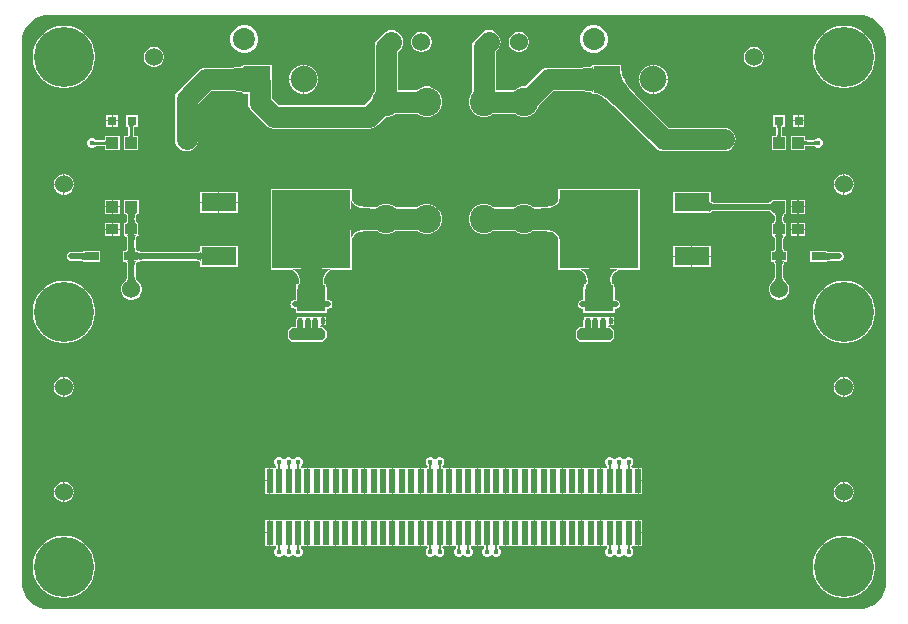
<source format=gtl>
G04*
G04 #@! TF.GenerationSoftware,Altium Limited,Altium Designer,24.2.2 (26)*
G04*
G04 Layer_Physical_Order=1*
G04 Layer_Color=255*
%FSLAX44Y44*%
%MOMM*%
G71*
G04*
G04 #@! TF.SameCoordinates,D0D0D645-F3CD-4B60-A7FA-FB90DE8E9CDF*
G04*
G04*
G04 #@! TF.FilePolarity,Positive*
G04*
G01*
G75*
%ADD11C,0.2540*%
%ADD12C,0.1270*%
%ADD14R,0.5000X2.0000*%
%ADD15R,6.7000X6.7000*%
%ADD16R,3.0000X1.6000*%
%ADD17R,0.3500X0.5000*%
%ADD18R,0.3800X0.4300*%
%ADD19R,0.4000X0.3000*%
%ADD20R,1.0000X0.9500*%
%ADD21R,1.0500X1.0000*%
%ADD22R,1.2100X0.7300*%
%ADD23R,0.8000X0.8000*%
%ADD42R,2.4500X1.9800*%
%ADD43C,1.7780*%
%ADD44C,0.5080*%
%ADD45C,2.4000*%
%ADD46C,1.5240*%
%ADD47C,1.8600*%
%ADD48R,2.2400X2.2400*%
%ADD49C,2.2400*%
%ADD50C,5.0800*%
%ADD51C,0.4572*%
%ADD52C,0.4524*%
G36*
X347406Y143304D02*
X351739Y141990D01*
X355733Y139855D01*
X359233Y136983D01*
X362105Y133483D01*
X364240Y129489D01*
X365554Y125156D01*
X365989Y120747D01*
X365969Y120650D01*
Y-336550D01*
X365989Y-336647D01*
X365554Y-341056D01*
X364240Y-345389D01*
X362105Y-349383D01*
X359233Y-352883D01*
X355733Y-355756D01*
X351739Y-357890D01*
X347406Y-359204D01*
X342998Y-359639D01*
X342900Y-359619D01*
X-342900D01*
X-342998Y-359639D01*
X-347406Y-359204D01*
X-351739Y-357890D01*
X-355733Y-355756D01*
X-359233Y-352883D01*
X-362105Y-349383D01*
X-364240Y-345389D01*
X-365554Y-341056D01*
X-365989Y-336647D01*
X-365969Y-336550D01*
Y-280475D01*
X-365847Y-280292D01*
X-365669Y-279400D01*
X-365847Y-278508D01*
X-365969Y-278325D01*
Y120650D01*
X-365989Y120747D01*
X-365554Y125156D01*
X-364240Y129489D01*
X-362105Y133483D01*
X-359233Y136983D01*
X-355733Y139855D01*
X-351739Y141990D01*
X-347406Y143304D01*
X-342998Y143739D01*
X-342900Y143719D01*
X342900D01*
X342998Y143739D01*
X347406Y143304D01*
D02*
G37*
%LPC*%
G36*
X-26313Y129286D02*
X-28587D01*
X-30783Y128698D01*
X-32753Y127561D01*
X-34361Y125953D01*
X-35498Y123983D01*
X-36086Y121787D01*
Y119513D01*
X-35498Y117317D01*
X-34361Y115347D01*
X-32753Y113740D01*
X-30783Y112603D01*
X-28587Y112014D01*
X-26313D01*
X-24117Y112603D01*
X-22147Y113740D01*
X-20540Y115347D01*
X-19403Y117317D01*
X-18814Y119513D01*
Y121787D01*
X-19403Y123983D01*
X-20540Y125953D01*
X-22147Y127561D01*
X-24117Y128698D01*
X-26313Y129286D01*
D02*
G37*
G36*
X56237Y129286D02*
X53963D01*
X51767Y128698D01*
X49797Y127561D01*
X48189Y125953D01*
X47052Y123983D01*
X46464Y121787D01*
Y119513D01*
X47052Y117317D01*
X48189Y115347D01*
X49797Y113740D01*
X51767Y112603D01*
X53963Y112014D01*
X56237D01*
X58433Y112603D01*
X60403Y113740D01*
X62010Y115347D01*
X63147Y117317D01*
X63736Y119513D01*
Y121787D01*
X63147Y123983D01*
X62010Y125953D01*
X60403Y127561D01*
X58433Y128698D01*
X56237Y129286D01*
D02*
G37*
G36*
X120003Y134700D02*
X116896D01*
X113895Y133896D01*
X111205Y132342D01*
X109008Y130145D01*
X107454Y127455D01*
X106650Y124453D01*
Y121347D01*
X107454Y118345D01*
X109008Y115655D01*
X111205Y113458D01*
X113895Y111904D01*
X116896Y111100D01*
X120003D01*
X123005Y111904D01*
X125695Y113458D01*
X127892Y115655D01*
X129446Y118345D01*
X130250Y121347D01*
Y124453D01*
X129446Y127455D01*
X127892Y130145D01*
X125695Y132342D01*
X123005Y133896D01*
X120003Y134700D01*
D02*
G37*
G36*
X-175847D02*
X-178953D01*
X-181955Y133896D01*
X-184645Y132342D01*
X-186842Y130145D01*
X-188396Y127455D01*
X-189200Y124453D01*
Y121347D01*
X-188396Y118345D01*
X-186842Y115655D01*
X-184645Y113458D01*
X-181955Y111904D01*
X-178953Y111100D01*
X-175847D01*
X-172845Y111904D01*
X-170155Y113458D01*
X-167958Y115655D01*
X-166404Y118345D01*
X-165600Y121347D01*
Y124453D01*
X-166404Y127455D01*
X-167958Y130145D01*
X-170155Y132342D01*
X-172845Y133896D01*
X-175847Y134700D01*
D02*
G37*
G36*
X29700Y130641D02*
X27114Y130301D01*
X24704Y129303D01*
X22635Y127715D01*
X18335Y123415D01*
X16747Y121346D01*
X15749Y118936D01*
X15409Y116350D01*
Y78266D01*
X14985Y77842D01*
X13271Y74874D01*
X12384Y71564D01*
Y68136D01*
X13271Y64826D01*
X14985Y61858D01*
X17408Y59435D01*
X20376Y57721D01*
X23686Y56834D01*
X27114D01*
X30424Y57721D01*
X33392Y59435D01*
X33816Y59858D01*
X50984D01*
X51408Y59435D01*
X54376Y57721D01*
X57686Y56834D01*
X61114D01*
X64424Y57721D01*
X67392Y59435D01*
X69815Y61858D01*
X71529Y64826D01*
X72019Y66656D01*
X84272Y78909D01*
X100557D01*
X103657Y78888D01*
X109304Y78707D01*
X113503Y78348D01*
X115023Y78110D01*
X116154Y77840D01*
X116840Y77576D01*
X117004Y77457D01*
X117034Y77384D01*
Y76684D01*
X117895D01*
X117992Y76634D01*
X119467Y76515D01*
X120981Y76170D01*
X122624Y75582D01*
X124391Y74744D01*
X126279Y73654D01*
X128282Y72309D01*
X130388Y70716D01*
X134962Y66737D01*
X137317Y64453D01*
X170735Y31035D01*
X172804Y29447D01*
X175214Y28449D01*
X177800Y28108D01*
X228600D01*
X231186Y28449D01*
X233596Y29447D01*
X235665Y31035D01*
X237253Y33104D01*
X238251Y35514D01*
X238591Y38100D01*
X238251Y40686D01*
X237253Y43096D01*
X235665Y45165D01*
X233596Y46753D01*
X231186Y47751D01*
X228600Y48092D01*
X181939D01*
X153730Y76300D01*
X151420Y78727D01*
X149322Y81178D01*
X147478Y83610D01*
X145885Y86023D01*
X144543Y88414D01*
X143449Y90785D01*
X142603Y93134D01*
X142001Y95463D01*
X141641Y97774D01*
X141558Y99364D01*
X141518Y100127D01*
X141466Y100556D01*
Y100557D01*
X141466D01*
X141466Y101116D01*
X140420Y101169D01*
X140410Y101166D01*
X140362Y101168D01*
X140253Y101116D01*
X118304D01*
X118209Y101116D01*
X118081Y101169D01*
X117034Y101116D01*
Y100556D01*
X117034D01*
Y100556D01*
X115987Y99920D01*
X115069Y99701D01*
X103637Y98912D01*
X100557Y98891D01*
X80133D01*
X77547Y98551D01*
X75137Y97553D01*
X73068Y95965D01*
X59969Y82866D01*
X57686D01*
X54376Y81979D01*
X51408Y80265D01*
X50984Y79841D01*
X35391D01*
Y112211D01*
X36765Y113585D01*
X38353Y115654D01*
X39351Y118064D01*
X39692Y120650D01*
X39351Y123236D01*
X38353Y125646D01*
X36765Y127715D01*
X34696Y129303D01*
X32286Y130301D01*
X29700Y130641D01*
D02*
G37*
G36*
X255137Y116586D02*
X252863D01*
X250667Y115997D01*
X248697Y114860D01*
X247090Y113253D01*
X245952Y111283D01*
X245364Y109087D01*
Y106813D01*
X245952Y104617D01*
X247090Y102647D01*
X248697Y101039D01*
X250667Y99902D01*
X252863Y99314D01*
X255137D01*
X257333Y99902D01*
X259303Y101039D01*
X260910Y102647D01*
X262048Y104617D01*
X262636Y106813D01*
Y109087D01*
X262048Y111283D01*
X260910Y113253D01*
X259303Y114860D01*
X257333Y115997D01*
X255137Y116586D01*
D02*
G37*
G36*
X-252863D02*
X-255137D01*
X-257333Y115997D01*
X-259303Y114860D01*
X-260910Y113253D01*
X-262048Y111283D01*
X-262636Y109087D01*
Y106813D01*
X-262048Y104617D01*
X-260910Y102647D01*
X-259303Y101039D01*
X-257333Y99902D01*
X-255137Y99314D01*
X-252863D01*
X-250667Y99902D01*
X-248697Y101039D01*
X-247090Y102647D01*
X-245952Y104617D01*
X-245364Y106813D01*
Y109087D01*
X-245952Y111283D01*
X-247090Y113253D01*
X-248697Y114860D01*
X-250667Y115997D01*
X-252863Y116586D01*
D02*
G37*
G36*
X170458Y101116D02*
X169358D01*
Y89408D01*
X181066D01*
Y90508D01*
X180233Y93615D01*
X178625Y96401D01*
X176351Y98675D01*
X173565Y100283D01*
X170458Y101116D01*
D02*
G37*
G36*
X168342D02*
X167242D01*
X164135Y100283D01*
X161349Y98675D01*
X159075Y96401D01*
X157466Y93615D01*
X156634Y90508D01*
Y89408D01*
X168342D01*
Y101116D01*
D02*
G37*
G36*
X-125392D02*
X-126492D01*
Y89408D01*
X-114784D01*
Y90508D01*
X-115617Y93615D01*
X-117225Y96401D01*
X-119499Y98675D01*
X-122285Y100283D01*
X-125392Y101116D01*
D02*
G37*
G36*
X-127508D02*
X-128608D01*
X-131715Y100283D01*
X-134501Y98675D01*
X-136775Y96401D01*
X-138384Y93615D01*
X-139216Y90508D01*
Y89408D01*
X-127508D01*
Y101116D01*
D02*
G37*
G36*
X332279Y134366D02*
X328121D01*
X324014Y133716D01*
X320060Y132431D01*
X316355Y130543D01*
X312991Y128099D01*
X310051Y125159D01*
X307607Y121795D01*
X305719Y118090D01*
X304434Y114136D01*
X303784Y110029D01*
Y105871D01*
X304434Y101764D01*
X305719Y97810D01*
X307607Y94105D01*
X310051Y90741D01*
X312991Y87801D01*
X316355Y85357D01*
X320060Y83469D01*
X324014Y82184D01*
X328121Y81534D01*
X332279D01*
X336386Y82184D01*
X340340Y83469D01*
X344045Y85357D01*
X347409Y87801D01*
X350349Y90741D01*
X352793Y94105D01*
X354681Y97810D01*
X355966Y101764D01*
X356616Y105871D01*
Y110029D01*
X355966Y114136D01*
X354681Y118090D01*
X352793Y121795D01*
X350349Y125159D01*
X347409Y128099D01*
X344045Y130543D01*
X340340Y132431D01*
X336386Y133716D01*
X332279Y134366D01*
D02*
G37*
G36*
X-328121D02*
X-332279D01*
X-336386Y133716D01*
X-340340Y132431D01*
X-344045Y130543D01*
X-347409Y128099D01*
X-350349Y125159D01*
X-352793Y121795D01*
X-354681Y118090D01*
X-355966Y114136D01*
X-356616Y110029D01*
Y105871D01*
X-355966Y101764D01*
X-354681Y97810D01*
X-352793Y94105D01*
X-350349Y90741D01*
X-347409Y87801D01*
X-344045Y85357D01*
X-340340Y83469D01*
X-336386Y82184D01*
X-332279Y81534D01*
X-328121D01*
X-324014Y82184D01*
X-320060Y83469D01*
X-316355Y85357D01*
X-312991Y87801D01*
X-310051Y90741D01*
X-307607Y94105D01*
X-305719Y97810D01*
X-304434Y101764D01*
X-303784Y105871D01*
Y110029D01*
X-304434Y114136D01*
X-305719Y118090D01*
X-307607Y121795D01*
X-310051Y125159D01*
X-312991Y128099D01*
X-316355Y130543D01*
X-320060Y132431D01*
X-324014Y133716D01*
X-328121Y134366D01*
D02*
G37*
G36*
X181066Y88392D02*
X169358D01*
Y76684D01*
X170458D01*
X173565Y77516D01*
X176351Y79125D01*
X178625Y81399D01*
X180233Y84185D01*
X181066Y87292D01*
Y88392D01*
D02*
G37*
G36*
X168342D02*
X156634D01*
Y87292D01*
X157466Y84185D01*
X159075Y81399D01*
X161349Y79125D01*
X164135Y77516D01*
X167242Y76684D01*
X168342D01*
Y88392D01*
D02*
G37*
G36*
X-114784D02*
X-126492D01*
Y76684D01*
X-125392D01*
X-122285Y77516D01*
X-119499Y79125D01*
X-117225Y81399D01*
X-115617Y84185D01*
X-114784Y87292D01*
Y88392D01*
D02*
G37*
G36*
X-127508D02*
X-139216D01*
Y87292D01*
X-138384Y84185D01*
X-136775Y81399D01*
X-134501Y79125D01*
X-131715Y77516D01*
X-128608Y76684D01*
X-127508D01*
Y88392D01*
D02*
G37*
G36*
X-52850Y130641D02*
X-55436Y130301D01*
X-57846Y129303D01*
X-59915Y127715D01*
X-64215Y123415D01*
X-65803Y121346D01*
X-66801Y118936D01*
X-67141Y116350D01*
Y78266D01*
X-67565Y77842D01*
X-69279Y74874D01*
X-69769Y73044D01*
X-75672Y67141D01*
X-148261D01*
X-154298Y73179D01*
Y86590D01*
X-154384Y87239D01*
Y101116D01*
X-177546D01*
X-177641Y101116D01*
X-177770Y101169D01*
X-178816Y101116D01*
Y100556D01*
X-178816D01*
Y100556D01*
X-179863Y99920D01*
X-180781Y99701D01*
X-192213Y98912D01*
X-195293Y98891D01*
X-209550D01*
X-212136Y98551D01*
X-214546Y97553D01*
X-216615Y95965D01*
X-233415Y79165D01*
X-235003Y77096D01*
X-236001Y74686D01*
X-236341Y72100D01*
Y38100D01*
X-236001Y35514D01*
X-235003Y33104D01*
X-233415Y31035D01*
X-231346Y29447D01*
X-228936Y28449D01*
X-226350Y28108D01*
X-223764Y28449D01*
X-221354Y29447D01*
X-219285Y31035D01*
X-217697Y33104D01*
X-216699Y35514D01*
X-216359Y38100D01*
Y67961D01*
X-205411Y78909D01*
X-195293D01*
X-192193Y78888D01*
X-186546Y78707D01*
X-182346Y78348D01*
X-180827Y78110D01*
X-179863Y77880D01*
X-178816Y77244D01*
Y77243D01*
X-178816Y77243D01*
X-178816Y76684D01*
X-177770Y76631D01*
X-177641Y76684D01*
X-177546Y76684D01*
X-174281D01*
Y69040D01*
X-173941Y66454D01*
X-172943Y64044D01*
X-171355Y61975D01*
X-159465Y50085D01*
X-157396Y48497D01*
X-154986Y47499D01*
X-152400Y47158D01*
X-71533D01*
X-68947Y47499D01*
X-66537Y48497D01*
X-64468Y50085D01*
X-57719Y56834D01*
X-55436D01*
X-52126Y57721D01*
X-49158Y59435D01*
X-48734Y59858D01*
X-31566D01*
X-31142Y59435D01*
X-28174Y57721D01*
X-24864Y56834D01*
X-21437D01*
X-18126Y57721D01*
X-15158Y59435D01*
X-12735Y61858D01*
X-11021Y64826D01*
X-10134Y68136D01*
Y71564D01*
X-11021Y74874D01*
X-12735Y77842D01*
X-15158Y80265D01*
X-18126Y81979D01*
X-21437Y82866D01*
X-24864D01*
X-28174Y81979D01*
X-31142Y80265D01*
X-31566Y79841D01*
X-47158D01*
Y112211D01*
X-45785Y113585D01*
X-44197Y115654D01*
X-43199Y118064D01*
X-42859Y120650D01*
X-43199Y123236D01*
X-44197Y125646D01*
X-45785Y127715D01*
X-47854Y129303D01*
X-50264Y130301D01*
X-52850Y130641D01*
D02*
G37*
G36*
X296816Y58991D02*
X292308D01*
Y54483D01*
X296816D01*
Y58991D01*
D02*
G37*
G36*
X291292D02*
X286784D01*
Y54483D01*
X291292D01*
Y58991D01*
D02*
G37*
G36*
X-284284D02*
X-288792D01*
Y54483D01*
X-284284D01*
Y58991D01*
D02*
G37*
G36*
X-289808D02*
X-294316D01*
Y54483D01*
X-289808D01*
Y58991D01*
D02*
G37*
G36*
X296816Y53467D02*
X292308D01*
Y48959D01*
X296816D01*
Y53467D01*
D02*
G37*
G36*
X291292D02*
X286784D01*
Y48959D01*
X291292D01*
Y53467D01*
D02*
G37*
G36*
X-284284Y53467D02*
X-288792D01*
Y48959D01*
X-284284D01*
Y53467D01*
D02*
G37*
G36*
X-289808D02*
X-294316D01*
Y48959D01*
X-289808D01*
Y53467D01*
D02*
G37*
G36*
X-283034Y40941D02*
X-295566D01*
Y37612D01*
X-295583Y37582D01*
X-295589Y37521D01*
X-295625Y37499D01*
X-295763Y37443D01*
X-295980Y37386D01*
X-296272Y37338D01*
X-296633Y37306D01*
X-297088Y37294D01*
X-297175Y37256D01*
X-303167D01*
X-303179Y37261D01*
X-304234Y38316D01*
X-305704Y38925D01*
X-307296D01*
X-308766Y38316D01*
X-309891Y37191D01*
X-310500Y35721D01*
Y34129D01*
X-309891Y32659D01*
X-308766Y31534D01*
X-307296Y30925D01*
X-305704D01*
X-304234Y31534D01*
X-303179Y32589D01*
X-303167Y32594D01*
X-297175D01*
X-297088Y32556D01*
X-296633Y32544D01*
X-296272Y32512D01*
X-295980Y32464D01*
X-295763Y32407D01*
X-295625Y32351D01*
X-295589Y32329D01*
X-295583Y32269D01*
X-295566Y32238D01*
Y28909D01*
X-283034D01*
Y40941D01*
D02*
G37*
G36*
X297566Y41216D02*
X285034D01*
Y29184D01*
X297566D01*
Y32513D01*
X297582Y32543D01*
X297589Y32604D01*
X297625Y32626D01*
X297763Y32682D01*
X297980Y32739D01*
X298272Y32787D01*
X298633Y32819D01*
X299088Y32831D01*
X299175Y32869D01*
X305167D01*
X305179Y32864D01*
X306234Y31809D01*
X307704Y31200D01*
X309296D01*
X310766Y31809D01*
X311891Y32934D01*
X312500Y34404D01*
Y35996D01*
X311891Y37466D01*
X310766Y38591D01*
X309296Y39200D01*
X307704D01*
X306234Y38591D01*
X305180Y37536D01*
X305167Y37531D01*
X299175D01*
X299088Y37569D01*
X298633Y37581D01*
X298272Y37613D01*
X297980Y37661D01*
X297763Y37718D01*
X297625Y37774D01*
X297589Y37796D01*
X297582Y37857D01*
X297566Y37887D01*
Y41216D01*
D02*
G37*
G36*
X280316Y58991D02*
X270284D01*
Y48959D01*
X272613D01*
X272644Y48942D01*
X272704Y48936D01*
X272726Y48900D01*
X272782Y48762D01*
X272839Y48545D01*
X272887Y48253D01*
X272919Y47892D01*
X272931Y47437D01*
X272969Y47350D01*
Y42825D01*
X272931Y42738D01*
X272919Y42283D01*
X272887Y41922D01*
X272839Y41630D01*
X272782Y41413D01*
X272726Y41275D01*
X272704Y41239D01*
X272644Y41233D01*
X272613Y41216D01*
X269034D01*
Y29184D01*
X281566D01*
Y41216D01*
X277987D01*
X277956Y41233D01*
X277896Y41239D01*
X277874Y41275D01*
X277818Y41413D01*
X277761Y41630D01*
X277713Y41922D01*
X277681Y42283D01*
X277669Y42738D01*
X277631Y42825D01*
Y47350D01*
X277669Y47437D01*
X277681Y47892D01*
X277713Y48253D01*
X277761Y48545D01*
X277818Y48762D01*
X277874Y48900D01*
X277896Y48936D01*
X277956Y48942D01*
X277987Y48959D01*
X280316D01*
Y58991D01*
D02*
G37*
G36*
X-267784D02*
X-277816D01*
Y48959D01*
X-275987D01*
X-275956Y48942D01*
X-275896Y48936D01*
X-275874Y48900D01*
X-275818Y48762D01*
X-275761Y48545D01*
X-275713Y48253D01*
X-275681Y47892D01*
X-275669Y47437D01*
X-275631Y47350D01*
Y42550D01*
X-275669Y42463D01*
X-275681Y42008D01*
X-275713Y41647D01*
X-275761Y41355D01*
X-275818Y41138D01*
X-275874Y41000D01*
X-275896Y40964D01*
X-275956Y40958D01*
X-275987Y40941D01*
X-279566D01*
Y28909D01*
X-267034D01*
Y40941D01*
X-270613D01*
X-270644Y40958D01*
X-270704Y40964D01*
X-270726Y41000D01*
X-270782Y41138D01*
X-270839Y41355D01*
X-270887Y41647D01*
X-270919Y42008D01*
X-270931Y42463D01*
X-270969Y42550D01*
Y47350D01*
X-270931Y47437D01*
X-270919Y47892D01*
X-270887Y48253D01*
X-270839Y48545D01*
X-270782Y48762D01*
X-270726Y48900D01*
X-270704Y48936D01*
X-270644Y48942D01*
X-270613Y48959D01*
X-267784D01*
Y58991D01*
D02*
G37*
G36*
X331337Y8636D02*
X330708D01*
Y508D01*
X338836D01*
Y1137D01*
X338247Y3333D01*
X337110Y5303D01*
X335503Y6910D01*
X333533Y8048D01*
X331337Y8636D01*
D02*
G37*
G36*
X329692D02*
X329063D01*
X326867Y8048D01*
X324897Y6910D01*
X323289Y5303D01*
X322152Y3333D01*
X321564Y1137D01*
Y508D01*
X329692D01*
Y8636D01*
D02*
G37*
G36*
X-329063D02*
X-329692D01*
Y508D01*
X-321564D01*
Y1137D01*
X-322152Y3333D01*
X-323289Y5303D01*
X-324897Y6910D01*
X-326867Y8048D01*
X-329063Y8636D01*
D02*
G37*
G36*
X-330708D02*
X-331337D01*
X-333533Y8048D01*
X-335503Y6910D01*
X-337110Y5303D01*
X-338247Y3333D01*
X-338836Y1137D01*
Y508D01*
X-330708D01*
Y8636D01*
D02*
G37*
G36*
X338836Y-508D02*
X330708D01*
Y-8636D01*
X331337D01*
X333533Y-8048D01*
X335503Y-6910D01*
X337110Y-5303D01*
X338247Y-3333D01*
X338836Y-1137D01*
Y-508D01*
D02*
G37*
G36*
X329692D02*
X321564D01*
Y-1137D01*
X322152Y-3333D01*
X323289Y-5303D01*
X324897Y-6910D01*
X326867Y-8048D01*
X329063Y-8636D01*
X329692D01*
Y-508D01*
D02*
G37*
G36*
X-321564D02*
X-329692D01*
Y-8636D01*
X-329063D01*
X-326867Y-8048D01*
X-324897Y-6910D01*
X-323289Y-5303D01*
X-322152Y-3333D01*
X-321564Y-1137D01*
Y-508D01*
D02*
G37*
G36*
X-330708D02*
X-338836D01*
Y-1137D01*
X-338247Y-3333D01*
X-337110Y-5303D01*
X-335503Y-6910D01*
X-333533Y-8048D01*
X-331337Y-8636D01*
X-330708D01*
Y-508D01*
D02*
G37*
G36*
X-183134Y-6224D02*
X-198642D01*
Y-14732D01*
X-183134D01*
Y-6224D01*
D02*
G37*
G36*
X-199658D02*
X-215166D01*
Y-14732D01*
X-199658D01*
Y-6224D01*
D02*
G37*
G36*
X297566Y-13034D02*
X291808D01*
Y-18542D01*
X297566D01*
Y-13034D01*
D02*
G37*
G36*
X290792D02*
X285034D01*
Y-18542D01*
X290792D01*
Y-13034D01*
D02*
G37*
G36*
X-282784D02*
X-288542D01*
Y-18542D01*
X-282784D01*
Y-13034D01*
D02*
G37*
G36*
X-289558D02*
X-295316D01*
Y-18542D01*
X-289558D01*
Y-13034D01*
D02*
G37*
G36*
X157416Y-3584D02*
X88384D01*
Y-11424D01*
X88367Y-11455D01*
X88203Y-13015D01*
X87758Y-14274D01*
X87015Y-15385D01*
X85944Y-16378D01*
X84511Y-17253D01*
X82697Y-17993D01*
X80500Y-18584D01*
X77923Y-19013D01*
X74972Y-19273D01*
X71703Y-19359D01*
X67816D01*
X67392Y-18935D01*
X64424Y-17221D01*
X61114Y-16334D01*
X57686D01*
X54376Y-17221D01*
X51408Y-18935D01*
X50984Y-19359D01*
X33816D01*
X33392Y-18935D01*
X30424Y-17221D01*
X27114Y-16334D01*
X23686D01*
X20376Y-17221D01*
X17408Y-18935D01*
X14985Y-21358D01*
X13271Y-24326D01*
X12384Y-27636D01*
Y-31064D01*
X13271Y-34374D01*
X14985Y-37342D01*
X17408Y-39765D01*
X20376Y-41479D01*
X23686Y-42366D01*
X27114D01*
X30424Y-41479D01*
X33392Y-39765D01*
X33816Y-39341D01*
X50984D01*
X51408Y-39765D01*
X54376Y-41479D01*
X57686Y-42366D01*
X61114D01*
X64424Y-41479D01*
X67392Y-39765D01*
X67816Y-39341D01*
X71703D01*
X74972Y-39427D01*
X77923Y-39687D01*
X80500Y-40116D01*
X82697Y-40707D01*
X84511Y-41447D01*
X85944Y-42322D01*
X87015Y-43315D01*
X87758Y-44426D01*
X88203Y-45685D01*
X88367Y-47245D01*
X88384Y-47276D01*
Y-72616D01*
X104918D01*
X105005Y-72663D01*
X106565Y-72827D01*
X107825Y-73272D01*
X108936Y-74013D01*
X109929Y-75082D01*
X110803Y-76513D01*
X111544Y-78323D01*
X112134Y-80515D01*
X112351Y-81819D01*
X112097Y-83479D01*
X111958Y-84084D01*
X110134D01*
Y-86584D01*
X109634Y-87084D01*
X109581Y-88131D01*
X109634Y-88259D01*
X109634Y-88326D01*
X109622Y-88428D01*
X109634Y-88444D01*
Y-97974D01*
X108750D01*
X107362Y-98250D01*
X107087Y-98434D01*
X105834D01*
Y-99564D01*
X105400Y-100212D01*
X105124Y-101600D01*
X105400Y-102987D01*
X105834Y-103637D01*
Y-104766D01*
X107087D01*
X107362Y-104950D01*
X108750Y-105226D01*
X109634D01*
Y-108916D01*
X136166D01*
Y-105226D01*
X137050D01*
X138437Y-104950D01*
X138712Y-104766D01*
X139966D01*
Y-103637D01*
X140400Y-102987D01*
X140676Y-101600D01*
X140400Y-100212D01*
X139966Y-99564D01*
Y-98434D01*
X138712D01*
X138437Y-98250D01*
X137050Y-97974D01*
X136166D01*
Y-88444D01*
X136178Y-88428D01*
X136166Y-88326D01*
X136166Y-88259D01*
X136219Y-88131D01*
X136166Y-87084D01*
X135666Y-86021D01*
Y-84084D01*
X133842D01*
X133703Y-83479D01*
X133449Y-81818D01*
X133666Y-80515D01*
X134256Y-78323D01*
X134997Y-76513D01*
X135871Y-75082D01*
X136864Y-74013D01*
X137975Y-73272D01*
X139235Y-72827D01*
X140795Y-72663D01*
X140882Y-72616D01*
X157416D01*
Y-3584D01*
D02*
G37*
G36*
X-183134Y-15748D02*
X-198642D01*
Y-24256D01*
X-183134D01*
Y-15748D01*
D02*
G37*
G36*
X-199658D02*
X-215166D01*
Y-24256D01*
X-199658D01*
Y-15748D01*
D02*
G37*
G36*
X217416Y-6224D02*
X185384D01*
Y-24256D01*
X216128D01*
X216190Y-24295D01*
X216293Y-24276D01*
X216373Y-24309D01*
X217416Y-24256D01*
Y-23691D01*
X217416Y-23691D01*
Y-23691D01*
X218351Y-22946D01*
X218431Y-22925D01*
X218996Y-22828D01*
X220537Y-22705D01*
X221468Y-22690D01*
X221500Y-22676D01*
X264942D01*
X264973Y-22689D01*
X265905Y-22713D01*
X266696Y-22780D01*
X267367Y-22887D01*
X267913Y-23027D01*
X268330Y-23190D01*
X268597Y-23346D01*
X269034Y-24506D01*
Y-24507D01*
X269034Y-24507D01*
Y-25066D01*
X270081Y-25119D01*
X270106Y-25109D01*
X270201Y-25113D01*
X271160Y-25813D01*
X271309Y-26179D01*
X271455Y-26726D01*
X271567Y-27398D01*
X271636Y-28191D01*
X271650Y-28708D01*
X271637Y-29205D01*
X271570Y-29996D01*
X271463Y-30667D01*
X271323Y-31213D01*
X271160Y-31630D01*
X271004Y-31897D01*
X269844Y-32334D01*
X269843D01*
Y-32334D01*
X269284Y-32334D01*
X269231Y-33380D01*
X269241Y-33405D01*
X269237Y-33501D01*
X269284Y-33586D01*
Y-42596D01*
X269284Y-42614D01*
X269237Y-42699D01*
X269241Y-42794D01*
X269231Y-42819D01*
X269284Y-43866D01*
X269843D01*
Y-43866D01*
X269844D01*
X271004Y-44303D01*
X271160Y-44570D01*
X271323Y-44987D01*
X271463Y-45533D01*
X271570Y-46204D01*
X271637Y-46995D01*
X271661Y-47927D01*
X271674Y-47958D01*
Y-52201D01*
X271661Y-52232D01*
X271636Y-53163D01*
X271567Y-53950D01*
X271455Y-54618D01*
X271310Y-55159D01*
X271141Y-55572D01*
X270965Y-55860D01*
X270798Y-56040D01*
X270639Y-56146D01*
X270459Y-56210D01*
X270105Y-56247D01*
X270018Y-56294D01*
X268234D01*
Y-65626D01*
X270074D01*
X270104Y-65643D01*
X270457Y-65680D01*
X270636Y-65744D01*
X270795Y-65850D01*
X270963Y-66032D01*
X271139Y-66322D01*
X271309Y-66740D01*
X271455Y-67286D01*
X271567Y-67958D01*
X271636Y-68751D01*
X271661Y-69688D01*
X271674Y-69719D01*
Y-77072D01*
X271661Y-77100D01*
X271635Y-77762D01*
X271562Y-78362D01*
X271441Y-78945D01*
X271272Y-79512D01*
X271055Y-80065D01*
X270788Y-80607D01*
X270470Y-81138D01*
X270099Y-81659D01*
X269675Y-82170D01*
X269170Y-82699D01*
X269096Y-82891D01*
X268389Y-83597D01*
X267253Y-85567D01*
X266664Y-87763D01*
Y-90037D01*
X267253Y-92233D01*
X268389Y-94203D01*
X269997Y-95810D01*
X271967Y-96947D01*
X274163Y-97536D01*
X276437D01*
X278633Y-96947D01*
X280603Y-95810D01*
X282211Y-94203D01*
X283347Y-92233D01*
X283936Y-90037D01*
Y-87763D01*
X283347Y-85567D01*
X282211Y-83597D01*
X281504Y-82891D01*
X281429Y-82699D01*
X280925Y-82170D01*
X280501Y-81659D01*
X280130Y-81138D01*
X279812Y-80606D01*
X279545Y-80065D01*
X279328Y-79512D01*
X279159Y-78945D01*
X279038Y-78362D01*
X278965Y-77762D01*
X278939Y-77100D01*
X278926Y-77072D01*
Y-69719D01*
X278939Y-69688D01*
X278964Y-68751D01*
X279033Y-67958D01*
X279145Y-67286D01*
X279291Y-66740D01*
X279461Y-66322D01*
X279637Y-66032D01*
X279805Y-65850D01*
X279963Y-65744D01*
X280143Y-65680D01*
X280496Y-65643D01*
X280526Y-65626D01*
X282366D01*
Y-56294D01*
X280582D01*
X280495Y-56247D01*
X280141Y-56210D01*
X279961Y-56146D01*
X279802Y-56040D01*
X279635Y-55860D01*
X279459Y-55572D01*
X279290Y-55159D01*
X279144Y-54618D01*
X279033Y-53950D01*
X278964Y-53163D01*
X278939Y-52232D01*
X278926Y-52201D01*
Y-47958D01*
X278939Y-47927D01*
X278963Y-46995D01*
X279030Y-46204D01*
X279137Y-45533D01*
X279277Y-44987D01*
X279440Y-44570D01*
X279596Y-44303D01*
X280756Y-43866D01*
X280757D01*
Y-43866D01*
X281316Y-43866D01*
X281369Y-42819D01*
X281359Y-42794D01*
X281363Y-42699D01*
X281316Y-42614D01*
Y-33604D01*
X281316Y-33586D01*
X281363Y-33501D01*
X281359Y-33405D01*
X281369Y-33380D01*
X281316Y-32334D01*
X280757D01*
Y-32334D01*
X280756D01*
X279596Y-31897D01*
X279440Y-31630D01*
X279277Y-31213D01*
X279137Y-30667D01*
X279030Y-29996D01*
X278963Y-29205D01*
X278950Y-28708D01*
X278964Y-28191D01*
X279033Y-27398D01*
X279145Y-26726D01*
X279291Y-26179D01*
X279461Y-25762D01*
X279637Y-25472D01*
X279805Y-25290D01*
X279963Y-25184D01*
X280143Y-25120D01*
X280496Y-25083D01*
X280526Y-25066D01*
X281566D01*
Y-13034D01*
X270304D01*
X270286Y-13034D01*
X270201Y-12987D01*
X270105Y-12991D01*
X270081Y-12981D01*
X269034Y-13034D01*
Y-13593D01*
X269034D01*
Y-13594D01*
X268597Y-14754D01*
X268330Y-14910D01*
X267913Y-15073D01*
X267367Y-15214D01*
X266696Y-15320D01*
X265905Y-15387D01*
X264973Y-15411D01*
X264942Y-15424D01*
X221509D01*
X221478Y-15411D01*
X220543Y-15386D01*
X219750Y-15317D01*
X219079Y-15205D01*
X218533Y-15059D01*
X218117Y-14889D01*
X217825Y-14713D01*
X217643Y-14544D01*
X217535Y-14384D01*
X217471Y-14204D01*
X217432Y-13851D01*
X217416Y-13821D01*
Y-6224D01*
D02*
G37*
G36*
X297566Y-19558D02*
X291808D01*
Y-25066D01*
X297566D01*
Y-19558D01*
D02*
G37*
G36*
X290792D02*
X285034D01*
Y-25066D01*
X290792D01*
Y-19558D01*
D02*
G37*
G36*
X-282784Y-19558D02*
X-288542D01*
Y-25066D01*
X-282784D01*
Y-19558D01*
D02*
G37*
G36*
X-289558D02*
X-295316D01*
Y-25066D01*
X-289558D01*
Y-19558D01*
D02*
G37*
G36*
X-266784Y-13034D02*
X-279316D01*
Y-25066D01*
X-278276D01*
X-278246Y-25083D01*
X-277893Y-25120D01*
X-277714Y-25184D01*
X-277555Y-25290D01*
X-277387Y-25472D01*
X-277211Y-25762D01*
X-277041Y-26179D01*
X-276895Y-26726D01*
X-276783Y-27398D01*
X-276714Y-28191D01*
X-276700Y-28708D01*
X-276713Y-29205D01*
X-276780Y-29997D01*
X-276887Y-30667D01*
X-277027Y-31213D01*
X-277190Y-31630D01*
X-277346Y-31897D01*
X-278506Y-32334D01*
X-278507D01*
Y-32334D01*
X-279066Y-32334D01*
X-279119Y-33380D01*
X-279109Y-33405D01*
X-279113Y-33501D01*
X-279066Y-33586D01*
Y-42596D01*
X-279066Y-42614D01*
X-279113Y-42699D01*
X-279109Y-42794D01*
X-279119Y-42819D01*
X-279066Y-43866D01*
X-278507D01*
Y-43866D01*
X-278506D01*
X-277346Y-44303D01*
X-277190Y-44570D01*
X-277027Y-44987D01*
X-276887Y-45533D01*
X-276780Y-46203D01*
X-276713Y-46995D01*
X-276689Y-47927D01*
X-276676Y-47958D01*
Y-52201D01*
X-276689Y-52232D01*
X-276714Y-53169D01*
X-276783Y-53962D01*
X-276895Y-54634D01*
X-277041Y-55181D01*
X-277211Y-55598D01*
X-277387Y-55888D01*
X-277555Y-56070D01*
X-277714Y-56176D01*
X-277893Y-56240D01*
X-278246Y-56277D01*
X-278276Y-56294D01*
X-280116D01*
Y-65626D01*
X-278332D01*
X-278245Y-65673D01*
X-277891Y-65711D01*
X-277711Y-65774D01*
X-277552Y-65880D01*
X-277385Y-66060D01*
X-277209Y-66348D01*
X-277040Y-66761D01*
X-276894Y-67303D01*
X-276783Y-67970D01*
X-276714Y-68757D01*
X-276689Y-69689D01*
X-276676Y-69719D01*
Y-77072D01*
X-276689Y-77100D01*
X-276715Y-77762D01*
X-276788Y-78362D01*
X-276909Y-78945D01*
X-277078Y-79512D01*
X-277295Y-80065D01*
X-277562Y-80607D01*
X-277880Y-81138D01*
X-278251Y-81659D01*
X-278675Y-82170D01*
X-279179Y-82699D01*
X-279254Y-82891D01*
X-279960Y-83597D01*
X-281098Y-85567D01*
X-281686Y-87763D01*
Y-90037D01*
X-281098Y-92233D01*
X-279960Y-94203D01*
X-278353Y-95810D01*
X-276383Y-96947D01*
X-274187Y-97536D01*
X-271913D01*
X-269717Y-96947D01*
X-267747Y-95810D01*
X-266140Y-94203D01*
X-265002Y-92233D01*
X-264414Y-90037D01*
Y-87763D01*
X-265002Y-85567D01*
X-266140Y-83597D01*
X-266846Y-82891D01*
X-266921Y-82699D01*
X-267425Y-82170D01*
X-267849Y-81659D01*
X-268220Y-81138D01*
X-268538Y-80606D01*
X-268805Y-80065D01*
X-269022Y-79512D01*
X-269191Y-78945D01*
X-269312Y-78362D01*
X-269385Y-77762D01*
X-269411Y-77100D01*
X-269424Y-77072D01*
Y-69719D01*
X-269411Y-69689D01*
X-269386Y-68757D01*
X-269317Y-67970D01*
X-269205Y-67303D01*
X-269060Y-66761D01*
X-268891Y-66348D01*
X-268715Y-66060D01*
X-268548Y-65880D01*
X-268389Y-65774D01*
X-268209Y-65711D01*
X-267855Y-65673D01*
X-267768Y-65626D01*
X-267323D01*
X-267295Y-65647D01*
X-267158Y-65626D01*
X-267031Y-65679D01*
X-265984Y-65626D01*
Y-65067D01*
X-265984D01*
Y-65066D01*
X-264826Y-64749D01*
X-262870Y-64610D01*
X-261938Y-64600D01*
X-261905Y-64586D01*
X-219259D01*
X-219228Y-64599D01*
X-218291Y-64624D01*
X-217498Y-64693D01*
X-216826Y-64805D01*
X-216280Y-64951D01*
X-215862Y-65121D01*
X-215572Y-65297D01*
X-215390Y-65465D01*
X-215284Y-65624D01*
X-215220Y-65803D01*
X-215183Y-66156D01*
X-215166Y-66186D01*
Y-69976D01*
X-183134D01*
Y-51944D01*
X-215166D01*
Y-55734D01*
X-215183Y-55764D01*
X-215220Y-56117D01*
X-215284Y-56297D01*
X-215390Y-56455D01*
X-215572Y-56623D01*
X-215862Y-56800D01*
X-216280Y-56969D01*
X-216826Y-57115D01*
X-217498Y-57227D01*
X-218291Y-57296D01*
X-219228Y-57321D01*
X-219259Y-57334D01*
X-261905D01*
X-261938Y-57320D01*
X-262880Y-57310D01*
X-264450Y-57227D01*
X-264826Y-57183D01*
X-265984Y-56854D01*
Y-56853D01*
X-265984D01*
Y-56294D01*
X-267031Y-56241D01*
X-267158Y-56294D01*
X-267295Y-56273D01*
X-267323Y-56294D01*
X-267824D01*
X-267854Y-56277D01*
X-268207Y-56240D01*
X-268386Y-56176D01*
X-268545Y-56070D01*
X-268713Y-55888D01*
X-268889Y-55598D01*
X-269059Y-55181D01*
X-269205Y-54634D01*
X-269317Y-53962D01*
X-269386Y-53169D01*
X-269411Y-52232D01*
X-269424Y-52201D01*
Y-47958D01*
X-269411Y-47927D01*
X-269387Y-46995D01*
X-269320Y-46203D01*
X-269214Y-45533D01*
X-269073Y-44987D01*
X-268910Y-44570D01*
X-268754Y-44303D01*
X-267594Y-43866D01*
X-267593D01*
Y-43866D01*
X-267034Y-43866D01*
X-266981Y-42819D01*
X-266991Y-42794D01*
X-266987Y-42699D01*
X-267034Y-42614D01*
Y-33604D01*
X-267034Y-33586D01*
X-266987Y-33501D01*
X-266991Y-33405D01*
X-266981Y-33380D01*
X-267034Y-32334D01*
X-267593D01*
Y-32334D01*
X-267594D01*
X-268754Y-31897D01*
X-268910Y-31630D01*
X-269073Y-31213D01*
X-269214Y-30667D01*
X-269320Y-29997D01*
X-269387Y-29205D01*
X-269400Y-28708D01*
X-269386Y-28191D01*
X-269317Y-27398D01*
X-269205Y-26726D01*
X-269059Y-26179D01*
X-268889Y-25762D01*
X-268713Y-25472D01*
X-268545Y-25290D01*
X-268386Y-25184D01*
X-268207Y-25120D01*
X-267854Y-25083D01*
X-267824Y-25066D01*
X-266784D01*
Y-13034D01*
D02*
G37*
G36*
X297316Y-32334D02*
X291808D01*
Y-37592D01*
X297316D01*
Y-32334D01*
D02*
G37*
G36*
X290792D02*
X285284D01*
Y-37592D01*
X290792D01*
Y-32334D01*
D02*
G37*
G36*
X-283034D02*
X-288542D01*
Y-37592D01*
X-283034D01*
Y-32334D01*
D02*
G37*
G36*
X-289558D02*
X-295066D01*
Y-37592D01*
X-289558D01*
Y-32334D01*
D02*
G37*
G36*
X-86134Y-3584D02*
X-155166D01*
Y-72616D01*
X-138576D01*
X-138545Y-72633D01*
X-136985Y-72797D01*
X-135726Y-73242D01*
X-134615Y-73985D01*
X-133622Y-75055D01*
X-132747Y-76489D01*
X-132007Y-78303D01*
X-131416Y-80500D01*
X-131198Y-81812D01*
X-131453Y-83479D01*
X-131592Y-84084D01*
X-133416D01*
Y-86584D01*
X-133916Y-87084D01*
X-133969Y-88131D01*
X-133916Y-88259D01*
X-133916Y-88326D01*
X-133928Y-88428D01*
X-133916Y-88444D01*
Y-97974D01*
X-134800D01*
X-136187Y-98250D01*
X-136462Y-98434D01*
X-137716D01*
Y-99564D01*
X-138150Y-100212D01*
X-138426Y-101600D01*
X-138150Y-102987D01*
X-137716Y-103637D01*
Y-104766D01*
X-136462D01*
X-136187Y-104950D01*
X-134800Y-105226D01*
X-133916D01*
Y-108916D01*
X-107384D01*
Y-105226D01*
X-106500D01*
X-105112Y-104950D01*
X-104838Y-104766D01*
X-103584D01*
Y-103637D01*
X-103150Y-102987D01*
X-102874Y-101600D01*
X-103150Y-100212D01*
X-103584Y-99564D01*
Y-98434D01*
X-104838D01*
X-105112Y-98250D01*
X-106500Y-97974D01*
X-107384D01*
Y-88444D01*
X-107372Y-88428D01*
X-107384Y-88326D01*
X-107384Y-88259D01*
X-107331Y-88131D01*
X-107384Y-87084D01*
X-107884Y-86021D01*
Y-84084D01*
X-109708D01*
X-109847Y-83479D01*
X-110102Y-81812D01*
X-109884Y-80500D01*
X-109293Y-78303D01*
X-108553Y-76489D01*
X-107678Y-75055D01*
X-106685Y-73985D01*
X-105574Y-73242D01*
X-104315Y-72797D01*
X-102755Y-72633D01*
X-102724Y-72616D01*
X-86134D01*
Y-47276D01*
X-86117Y-47245D01*
X-85953Y-45685D01*
X-85508Y-44426D01*
X-84765Y-43315D01*
X-83694Y-42322D01*
X-82261Y-41447D01*
X-80447Y-40707D01*
X-78250Y-40116D01*
X-75673Y-39687D01*
X-72722Y-39427D01*
X-69453Y-39341D01*
X-65566D01*
X-65142Y-39765D01*
X-62174Y-41479D01*
X-58864Y-42366D01*
X-55436D01*
X-52126Y-41479D01*
X-49158Y-39765D01*
X-48734Y-39341D01*
X-31566D01*
X-31142Y-39765D01*
X-28174Y-41479D01*
X-24864Y-42366D01*
X-21437D01*
X-18126Y-41479D01*
X-15158Y-39765D01*
X-12735Y-37342D01*
X-11021Y-34374D01*
X-10134Y-31064D01*
Y-27636D01*
X-11021Y-24326D01*
X-12735Y-21358D01*
X-15158Y-18935D01*
X-18126Y-17221D01*
X-21437Y-16334D01*
X-24864D01*
X-28174Y-17221D01*
X-31142Y-18935D01*
X-31566Y-19359D01*
X-48734D01*
X-49158Y-18935D01*
X-52126Y-17221D01*
X-55436Y-16334D01*
X-58864D01*
X-62174Y-17221D01*
X-65142Y-18935D01*
X-65566Y-19359D01*
X-69453D01*
X-72722Y-19273D01*
X-75673Y-19013D01*
X-78250Y-18584D01*
X-80447Y-17993D01*
X-82261Y-17253D01*
X-83694Y-16378D01*
X-84765Y-15385D01*
X-85508Y-14274D01*
X-85953Y-13015D01*
X-86117Y-11455D01*
X-86134Y-11424D01*
Y-3584D01*
D02*
G37*
G36*
X297316Y-38608D02*
X291808D01*
Y-43866D01*
X297316D01*
Y-38608D01*
D02*
G37*
G36*
X290792D02*
X285284D01*
Y-43866D01*
X290792D01*
Y-38608D01*
D02*
G37*
G36*
X-283034Y-38608D02*
X-288542D01*
Y-43866D01*
X-283034D01*
Y-38608D01*
D02*
G37*
G36*
X-289558D02*
X-295066D01*
Y-43866D01*
X-289558D01*
Y-38608D01*
D02*
G37*
G36*
X314919Y-56241D02*
X314792Y-56294D01*
X314655Y-56273D01*
X314627Y-56294D01*
X301834D01*
Y-65626D01*
X314627D01*
X314655Y-65647D01*
X314792Y-65626D01*
X314919Y-65679D01*
X315966Y-65626D01*
Y-65067D01*
X315966D01*
Y-65066D01*
X317124Y-64749D01*
X319079Y-64610D01*
X320012Y-64600D01*
X320044Y-64586D01*
X324400D01*
X325304Y-64960D01*
X326896D01*
X328366Y-64351D01*
X329491Y-63226D01*
X330100Y-61756D01*
Y-60164D01*
X329491Y-58694D01*
X328366Y-57569D01*
X326896Y-56960D01*
X325304D01*
X324401Y-57334D01*
X320044D01*
X320012Y-57320D01*
X319070Y-57310D01*
X317500Y-57227D01*
X317124Y-57183D01*
X315966Y-56854D01*
Y-56853D01*
X315966D01*
Y-56294D01*
X314919Y-56241D01*
D02*
G37*
G36*
X-312669D02*
X-313716Y-56294D01*
Y-56853D01*
X-313716D01*
Y-56854D01*
X-314874Y-57172D01*
X-316829Y-57310D01*
X-317762Y-57320D01*
X-317794Y-57334D01*
X-322151D01*
X-323054Y-56960D01*
X-324646D01*
X-326116Y-57569D01*
X-327241Y-58694D01*
X-327850Y-60164D01*
Y-61756D01*
X-327241Y-63226D01*
X-326116Y-64351D01*
X-324646Y-64960D01*
X-323054D01*
X-322151Y-64586D01*
X-317794D01*
X-317762Y-64600D01*
X-316820Y-64610D01*
X-315250Y-64694D01*
X-314874Y-64737D01*
X-313716Y-65066D01*
Y-65067D01*
X-313716D01*
Y-65626D01*
X-312669Y-65679D01*
X-312542Y-65626D01*
X-312405Y-65647D01*
X-312377Y-65626D01*
X-299584D01*
Y-56294D01*
X-312377D01*
X-312405Y-56273D01*
X-312542Y-56294D01*
X-312669Y-56241D01*
D02*
G37*
G36*
X217416Y-51944D02*
X201908D01*
Y-60452D01*
X217416D01*
Y-51944D01*
D02*
G37*
G36*
X200892D02*
X185384D01*
Y-60452D01*
X200892D01*
Y-51944D01*
D02*
G37*
G36*
X217416Y-61468D02*
X201908D01*
Y-69976D01*
X217416D01*
Y-61468D01*
D02*
G37*
G36*
X200892D02*
X185384D01*
Y-69976D01*
X200892D01*
Y-61468D01*
D02*
G37*
G36*
X126150Y-111974D02*
X125599Y-112084D01*
X123384D01*
Y-112084D01*
X122416D01*
Y-112084D01*
X120201D01*
X119650Y-111974D01*
X119099Y-112084D01*
X116884D01*
Y-112084D01*
X115916D01*
Y-112084D01*
X113701D01*
X113150Y-111974D01*
X112599Y-112084D01*
X110384D01*
Y-113339D01*
X109800Y-114213D01*
X109524Y-115600D01*
Y-120820D01*
X106680D01*
X105902Y-121142D01*
X103362Y-123682D01*
X103040Y-124460D01*
Y-129540D01*
X103362Y-130318D01*
X105902Y-132858D01*
X106680Y-133180D01*
X132080D01*
X132858Y-132858D01*
X135398Y-130318D01*
X135720Y-129540D01*
Y-124460D01*
X135398Y-123682D01*
X132858Y-121142D01*
X132080Y-120820D01*
X130849D01*
X130506Y-120386D01*
X130983Y-119263D01*
X131121Y-119116D01*
X132142D01*
Y-115600D01*
Y-112084D01*
X130186D01*
X129884Y-112084D01*
X128916D01*
X128614Y-112084D01*
X126701D01*
X126150Y-111974D01*
D02*
G37*
G36*
X-117400D02*
X-117951Y-112084D01*
X-120166D01*
Y-112084D01*
X-121134D01*
Y-112084D01*
X-123349D01*
X-123900Y-111974D01*
X-124451Y-112084D01*
X-126666D01*
Y-112084D01*
X-127634D01*
Y-112084D01*
X-129849D01*
X-130400Y-111974D01*
X-130951Y-112084D01*
X-133166D01*
Y-113339D01*
X-133750Y-114213D01*
X-134026Y-115600D01*
Y-120820D01*
X-136870D01*
X-137648Y-121142D01*
X-140188Y-123682D01*
X-140510Y-124460D01*
Y-129540D01*
X-140188Y-130318D01*
X-137648Y-132858D01*
X-136870Y-133180D01*
X-111470D01*
X-110692Y-132858D01*
X-108152Y-130318D01*
X-107830Y-129540D01*
Y-124460D01*
X-108152Y-123682D01*
X-110692Y-121142D01*
X-111470Y-120820D01*
X-112701D01*
X-113044Y-120386D01*
X-112567Y-119263D01*
X-112429Y-119116D01*
X-111408D01*
Y-115600D01*
Y-112084D01*
X-113364D01*
X-113666Y-112084D01*
X-114634D01*
X-114936Y-112084D01*
X-116849D01*
X-117400Y-111974D01*
D02*
G37*
G36*
X-110392Y-112084D02*
Y-115092D01*
X-108134D01*
Y-112084D01*
X-110392D01*
D02*
G37*
G36*
X133158D02*
Y-115092D01*
X135416D01*
Y-112084D01*
X133158D01*
D02*
G37*
G36*
X135416Y-116108D02*
X133158D01*
Y-119116D01*
X135416D01*
Y-116108D01*
D02*
G37*
G36*
X-108134Y-116108D02*
X-110392D01*
Y-119116D01*
X-108134D01*
Y-116108D01*
D02*
G37*
G36*
X332279Y-81534D02*
X328121D01*
X324014Y-82184D01*
X320060Y-83469D01*
X316355Y-85357D01*
X312991Y-87801D01*
X310051Y-90741D01*
X307607Y-94105D01*
X305719Y-97810D01*
X304434Y-101764D01*
X303784Y-105871D01*
Y-110029D01*
X304434Y-114136D01*
X305719Y-118090D01*
X307607Y-121795D01*
X310051Y-125159D01*
X312991Y-128099D01*
X316355Y-130543D01*
X320060Y-132431D01*
X324014Y-133716D01*
X328121Y-134366D01*
X332279D01*
X336386Y-133716D01*
X340340Y-132431D01*
X344045Y-130543D01*
X347409Y-128099D01*
X350349Y-125159D01*
X352793Y-121795D01*
X354681Y-118090D01*
X355966Y-114136D01*
X356616Y-110029D01*
Y-105871D01*
X355966Y-101764D01*
X354681Y-97810D01*
X352793Y-94105D01*
X350349Y-90741D01*
X347409Y-87801D01*
X344045Y-85357D01*
X340340Y-83469D01*
X336386Y-82184D01*
X332279Y-81534D01*
D02*
G37*
G36*
X-328121D02*
X-332279D01*
X-336386Y-82184D01*
X-340340Y-83469D01*
X-344045Y-85357D01*
X-347409Y-87801D01*
X-350349Y-90741D01*
X-352793Y-94105D01*
X-354681Y-97810D01*
X-355966Y-101764D01*
X-356616Y-105871D01*
Y-110029D01*
X-355966Y-114136D01*
X-354681Y-118090D01*
X-352793Y-121795D01*
X-350349Y-125159D01*
X-347409Y-128099D01*
X-344045Y-130543D01*
X-340340Y-132431D01*
X-336386Y-133716D01*
X-332279Y-134366D01*
X-328121D01*
X-324014Y-133716D01*
X-320060Y-132431D01*
X-316355Y-130543D01*
X-312991Y-128099D01*
X-310051Y-125159D01*
X-307607Y-121795D01*
X-305719Y-118090D01*
X-304434Y-114136D01*
X-303784Y-110029D01*
Y-105871D01*
X-304434Y-101764D01*
X-305719Y-97810D01*
X-307607Y-94105D01*
X-310051Y-90741D01*
X-312991Y-87801D01*
X-316355Y-85357D01*
X-320060Y-83469D01*
X-324014Y-82184D01*
X-328121Y-81534D01*
D02*
G37*
G36*
X331337Y-162814D02*
X330708D01*
Y-170942D01*
X338836D01*
Y-170313D01*
X338247Y-168117D01*
X337110Y-166147D01*
X335503Y-164540D01*
X333533Y-163403D01*
X331337Y-162814D01*
D02*
G37*
G36*
X-329063D02*
X-329692D01*
Y-170942D01*
X-321564D01*
Y-170313D01*
X-322152Y-168117D01*
X-323289Y-166147D01*
X-324897Y-164540D01*
X-326867Y-163403D01*
X-329063Y-162814D01*
D02*
G37*
G36*
X-330708D02*
X-331337D01*
X-333533Y-163403D01*
X-335503Y-164540D01*
X-337110Y-166147D01*
X-338247Y-168117D01*
X-338836Y-170313D01*
Y-170942D01*
X-330708D01*
Y-162814D01*
D02*
G37*
G36*
X329692D02*
X329063D01*
X326867Y-163403D01*
X324897Y-164540D01*
X323289Y-166147D01*
X322152Y-168117D01*
X321564Y-170313D01*
Y-170942D01*
X329692D01*
Y-162814D01*
D02*
G37*
G36*
X338836Y-171958D02*
X330708D01*
Y-180086D01*
X331337D01*
X333533Y-179498D01*
X335503Y-178361D01*
X337110Y-176753D01*
X338247Y-174783D01*
X338836Y-172587D01*
Y-171958D01*
D02*
G37*
G36*
X329692D02*
X321564D01*
Y-172587D01*
X322152Y-174783D01*
X323289Y-176753D01*
X324897Y-178361D01*
X326867Y-179498D01*
X329063Y-180086D01*
X329692D01*
Y-171958D01*
D02*
G37*
G36*
X-321564D02*
X-329692D01*
Y-180086D01*
X-329063D01*
X-326867Y-179498D01*
X-324897Y-178361D01*
X-323289Y-176753D01*
X-322152Y-174783D01*
X-321564Y-172587D01*
Y-171958D01*
D02*
G37*
G36*
X-330708D02*
X-338836D01*
Y-172587D01*
X-338247Y-174783D01*
X-337110Y-176753D01*
X-335503Y-178361D01*
X-333533Y-179498D01*
X-331337Y-180086D01*
X-330708D01*
Y-171958D01*
D02*
G37*
G36*
X-11205Y-230950D02*
X-12796D01*
X-14266Y-231559D01*
X-15281Y-232573D01*
X-16000Y-232633D01*
X-16720Y-232573D01*
X-17735Y-231559D01*
X-19205Y-230950D01*
X-20796D01*
X-22266Y-231559D01*
X-23391Y-232684D01*
X-24000Y-234154D01*
Y-235746D01*
X-23391Y-237216D01*
X-22266Y-238341D01*
X-22554Y-239596D01*
X-22914Y-240034D01*
X-24484Y-240034D01*
X-24786Y-240034D01*
X-27492D01*
Y-251050D01*
Y-262066D01*
X-24786D01*
X-24484Y-262066D01*
X-23516D01*
X-23214Y-262066D01*
X-16786D01*
X-16484Y-262066D01*
X-15516D01*
X-15214Y-262066D01*
X-8786D01*
X-8484Y-262066D01*
X-7516D01*
X-7214Y-262066D01*
X-4508D01*
Y-251050D01*
Y-240034D01*
X-7214D01*
X-7516Y-240034D01*
X-8484D01*
X-9087Y-240034D01*
X-9447Y-239596D01*
X-9735Y-238341D01*
X-8609Y-237216D01*
X-8001Y-235746D01*
Y-234154D01*
X-8609Y-232684D01*
X-9735Y-231559D01*
X-11205Y-230950D01*
D02*
G37*
G36*
X148795D02*
X147204D01*
X145734Y-231559D01*
X144719Y-232573D01*
X144000Y-232633D01*
X143280Y-232573D01*
X142265Y-231559D01*
X140795Y-230950D01*
X139204D01*
X137734Y-231559D01*
X136719Y-232573D01*
X135999Y-232633D01*
X135280Y-232573D01*
X134265Y-231559D01*
X132795Y-230950D01*
X131204D01*
X129734Y-231559D01*
X128609Y-232684D01*
X127999Y-234154D01*
Y-235746D01*
X128609Y-237216D01*
X129734Y-238341D01*
X129446Y-239596D01*
X129086Y-240034D01*
X128484Y-240034D01*
X127214Y-240034D01*
X124508D01*
Y-251050D01*
Y-262066D01*
X127214D01*
X127516Y-262066D01*
X128786Y-262066D01*
X135214D01*
X135516Y-262066D01*
X136484D01*
X136786Y-262066D01*
X143214D01*
X143516Y-262066D01*
X144484D01*
X144786Y-262066D01*
X151214D01*
X151516Y-262066D01*
X152484D01*
X152786Y-262066D01*
X155492D01*
Y-251050D01*
Y-240034D01*
X152786D01*
X152484Y-240034D01*
X151516D01*
X150913Y-240034D01*
X150553Y-239596D01*
X150265Y-238341D01*
X151391Y-237216D01*
X152000Y-235746D01*
Y-234154D01*
X151391Y-232684D01*
X150265Y-231559D01*
X148795Y-230950D01*
D02*
G37*
G36*
X-131205Y-230950D02*
X-132796D01*
X-134266Y-231559D01*
X-135281Y-232573D01*
X-136000Y-232633D01*
X-136720Y-232573D01*
X-137734Y-231559D01*
X-139205Y-230950D01*
X-140796D01*
X-142266Y-231559D01*
X-143280Y-232573D01*
X-144000Y-232633D01*
X-144720Y-232573D01*
X-145734Y-231559D01*
X-147205Y-230950D01*
X-148796D01*
X-150266Y-231559D01*
X-151391Y-232684D01*
X-152000Y-234154D01*
Y-235746D01*
X-151391Y-237216D01*
X-150266Y-238341D01*
X-150554Y-239597D01*
X-150913Y-240034D01*
X-152484Y-240034D01*
X-152786Y-240034D01*
X-155492D01*
Y-251050D01*
Y-262066D01*
X-152786D01*
X-152484Y-262066D01*
X-151516D01*
X-151214Y-262066D01*
X-144786D01*
X-144484Y-262066D01*
X-143516D01*
X-143214Y-262066D01*
X-136786D01*
X-136484Y-262066D01*
X-135516D01*
X-135214Y-262066D01*
X-128786D01*
X-127516Y-262066D01*
X-127214Y-262066D01*
X-124508D01*
Y-251050D01*
Y-240034D01*
X-127214D01*
X-128484Y-240034D01*
X-129087Y-240034D01*
X-129446Y-239596D01*
X-129734Y-238341D01*
X-128609Y-237216D01*
X-128000Y-235746D01*
Y-234154D01*
X-128609Y-232684D01*
X-129734Y-231559D01*
X-131205Y-230950D01*
D02*
G37*
G36*
X111516Y-240034D02*
X111214Y-240034D01*
X108508D01*
Y-251050D01*
Y-262066D01*
X111214D01*
X112484Y-262066D01*
X112786Y-262066D01*
X119214D01*
X119516Y-262066D01*
X120484D01*
X120786Y-262066D01*
X123492D01*
Y-251050D01*
Y-240034D01*
X120786D01*
X120484Y-240034D01*
X119516D01*
X119214Y-240034D01*
X112786D01*
X111516Y-240034D01*
D02*
G37*
G36*
X104484D02*
X103516D01*
X103214Y-240034D01*
X96786D01*
X96484Y-240034D01*
X95516D01*
X95214Y-240034D01*
X92508D01*
Y-251050D01*
Y-262066D01*
X95214D01*
X95516Y-262066D01*
X96484D01*
X96786Y-262066D01*
X103214D01*
X103516Y-262066D01*
X104484D01*
X104786Y-262066D01*
X107492D01*
Y-251050D01*
Y-240034D01*
X104786D01*
X104484Y-240034D01*
D02*
G37*
G36*
X88484D02*
X87516D01*
X87214Y-240034D01*
X80786D01*
X80484Y-240034D01*
X79214Y-240034D01*
X72786D01*
X72484Y-240034D01*
X71516D01*
X71214Y-240034D01*
X68508D01*
Y-251050D01*
Y-262066D01*
X71214D01*
X71516Y-262066D01*
X72484D01*
X72786Y-262066D01*
X79214D01*
X79516Y-262066D01*
X80786Y-262066D01*
X87214D01*
X87516Y-262066D01*
X88484D01*
X88786Y-262066D01*
X91492D01*
Y-251050D01*
Y-240034D01*
X88786D01*
X88484Y-240034D01*
D02*
G37*
G36*
X56484D02*
X55516D01*
X55214Y-240034D01*
X48786D01*
X48484Y-240034D01*
X47516D01*
X47214Y-240034D01*
X44508D01*
Y-251050D01*
Y-262066D01*
X47214D01*
X47516Y-262066D01*
X48484D01*
X48786Y-262066D01*
X55214D01*
X55516Y-262066D01*
X56484D01*
X56786Y-262066D01*
X63214D01*
X64484Y-262066D01*
X64786Y-262066D01*
X67492D01*
Y-251050D01*
Y-240034D01*
X64786D01*
X63516Y-240034D01*
X63214Y-240034D01*
X56786D01*
X56484Y-240034D01*
D02*
G37*
G36*
X40484D02*
X39516D01*
X39214Y-240034D01*
X32786D01*
X32484Y-240034D01*
X31516D01*
X31214Y-240034D01*
X24786D01*
X24484Y-240034D01*
X23516D01*
X23214Y-240034D01*
X20508D01*
Y-251050D01*
Y-262066D01*
X23214D01*
X23516Y-262066D01*
X24484D01*
X24786Y-262066D01*
X31214D01*
X31516Y-262066D01*
X32484D01*
X32786Y-262066D01*
X39214D01*
X39516Y-262066D01*
X40484D01*
X40786Y-262066D01*
X43492D01*
Y-251050D01*
Y-240034D01*
X40786D01*
X40484Y-240034D01*
D02*
G37*
G36*
X16484D02*
X15516D01*
X15214Y-240034D01*
X8786D01*
X8484Y-240034D01*
X7516D01*
X7214Y-240034D01*
X786D01*
X484Y-240034D01*
X-484D01*
X-786Y-240034D01*
X-3492D01*
Y-251050D01*
Y-262066D01*
X-786D01*
X-484Y-262066D01*
X484D01*
X786Y-262066D01*
X7214D01*
X7516Y-262066D01*
X8484D01*
X8786Y-262066D01*
X15214D01*
X15516Y-262066D01*
X16484D01*
X16786Y-262066D01*
X19492D01*
Y-251050D01*
Y-240034D01*
X16786D01*
X16484Y-240034D01*
D02*
G37*
G36*
X-31516D02*
X-32484D01*
X-32786Y-240034D01*
X-39214D01*
X-39516Y-240034D01*
X-40484D01*
X-40786Y-240034D01*
X-47214D01*
X-47516Y-240034D01*
X-48484D01*
X-48786Y-240034D01*
X-51492D01*
Y-251050D01*
Y-262066D01*
X-48786D01*
X-48484Y-262066D01*
X-47516D01*
X-47214Y-262066D01*
X-40786D01*
X-40484Y-262066D01*
X-39516D01*
X-39214Y-262066D01*
X-32786D01*
X-32484Y-262066D01*
X-31516D01*
X-31214Y-262066D01*
X-28508D01*
Y-251050D01*
Y-240034D01*
X-31214D01*
X-31516Y-240034D01*
D02*
G37*
G36*
X-55516D02*
X-56484D01*
X-56786Y-240034D01*
X-63214D01*
X-63516Y-240034D01*
X-64786Y-240034D01*
X-71214D01*
X-71516Y-240034D01*
X-72484D01*
X-72786Y-240034D01*
X-75492D01*
Y-251050D01*
Y-262066D01*
X-72786D01*
X-72484Y-262066D01*
X-71516D01*
X-71214Y-262066D01*
X-64786D01*
X-64484Y-262066D01*
X-63214Y-262066D01*
X-56786D01*
X-56484Y-262066D01*
X-55516D01*
X-55214Y-262066D01*
X-52508D01*
Y-251050D01*
Y-240034D01*
X-55214D01*
X-55516Y-240034D01*
D02*
G37*
G36*
X-87516D02*
X-88484D01*
X-88786Y-240034D01*
X-95214D01*
X-95516Y-240034D01*
X-96484D01*
X-96786Y-240034D01*
X-99492D01*
Y-251050D01*
Y-262066D01*
X-96786D01*
X-96484Y-262066D01*
X-95516D01*
X-95214Y-262066D01*
X-88786D01*
X-88484Y-262066D01*
X-87516D01*
X-87214Y-262066D01*
X-80786D01*
X-79516Y-262066D01*
X-79214Y-262066D01*
X-76508D01*
Y-251050D01*
Y-240034D01*
X-79214D01*
X-80484Y-240034D01*
X-80786Y-240034D01*
X-87214D01*
X-87516Y-240034D01*
D02*
G37*
G36*
X-103516D02*
X-104484D01*
X-104786Y-240034D01*
X-111214D01*
X-111516Y-240034D01*
X-112786Y-240034D01*
X-119214D01*
X-119516Y-240034D01*
X-120484D01*
X-120786Y-240034D01*
X-123492D01*
Y-251050D01*
Y-262066D01*
X-120786D01*
X-120484Y-262066D01*
X-119516D01*
X-119214Y-262066D01*
X-112786D01*
X-112484Y-262066D01*
X-111214Y-262066D01*
X-104786D01*
X-104484Y-262066D01*
X-103516D01*
X-103214Y-262066D01*
X-100508D01*
Y-251050D01*
Y-240034D01*
X-103214D01*
X-103516Y-240034D01*
D02*
G37*
G36*
X156508Y-240034D02*
Y-250542D01*
X159516D01*
Y-240034D01*
X156508D01*
D02*
G37*
G36*
X-156508D02*
X-159516D01*
Y-250542D01*
X-156508D01*
Y-240034D01*
D02*
G37*
G36*
X331337Y-251714D02*
X330708D01*
Y-259842D01*
X338836D01*
Y-259213D01*
X338247Y-257017D01*
X337110Y-255047D01*
X335503Y-253440D01*
X333533Y-252302D01*
X331337Y-251714D01*
D02*
G37*
G36*
X-329063D02*
X-329692D01*
Y-259842D01*
X-321564D01*
Y-259213D01*
X-322152Y-257017D01*
X-323289Y-255047D01*
X-324897Y-253440D01*
X-326867Y-252302D01*
X-329063Y-251714D01*
D02*
G37*
G36*
X-330708D02*
X-331337D01*
X-333533Y-252302D01*
X-335503Y-253440D01*
X-337110Y-255047D01*
X-338247Y-257017D01*
X-338836Y-259213D01*
Y-259842D01*
X-330708D01*
Y-251714D01*
D02*
G37*
G36*
X329692D02*
X329063D01*
X326867Y-252302D01*
X324897Y-253440D01*
X323289Y-255047D01*
X322152Y-257017D01*
X321564Y-259213D01*
Y-259842D01*
X329692D01*
Y-251714D01*
D02*
G37*
G36*
X159516Y-251558D02*
X156508D01*
Y-262066D01*
X159516D01*
Y-251558D01*
D02*
G37*
G36*
X-156508D02*
X-159516D01*
Y-262066D01*
X-156508D01*
Y-251558D01*
D02*
G37*
G36*
X338836Y-260858D02*
X330708D01*
Y-268986D01*
X331337D01*
X333533Y-268398D01*
X335503Y-267260D01*
X337110Y-265653D01*
X338247Y-263683D01*
X338836Y-261487D01*
Y-260858D01*
D02*
G37*
G36*
X329692D02*
X321564D01*
Y-261487D01*
X322152Y-263683D01*
X323289Y-265653D01*
X324897Y-267260D01*
X326867Y-268398D01*
X329063Y-268986D01*
X329692D01*
Y-260858D01*
D02*
G37*
G36*
X-321564D02*
X-329692D01*
Y-268986D01*
X-329063D01*
X-326867Y-268398D01*
X-324897Y-267260D01*
X-323289Y-265653D01*
X-322152Y-263683D01*
X-321564Y-261487D01*
Y-260858D01*
D02*
G37*
G36*
X-330708D02*
X-338836D01*
Y-261487D01*
X-338247Y-263683D01*
X-337110Y-265653D01*
X-335503Y-267260D01*
X-333533Y-268398D01*
X-331337Y-268986D01*
X-330708D01*
Y-260858D01*
D02*
G37*
G36*
X127516Y-284034D02*
X127214Y-284034D01*
X124508D01*
Y-295050D01*
Y-306066D01*
X127214D01*
X128484Y-306066D01*
X128786Y-306066D01*
X129088D01*
X129447Y-306503D01*
X129735Y-307759D01*
X128609Y-308884D01*
X128000Y-310354D01*
Y-311946D01*
X128609Y-313416D01*
X129735Y-314541D01*
X131205Y-315150D01*
X132796D01*
X134266Y-314541D01*
X135281Y-313527D01*
X136000Y-313467D01*
X136720Y-313527D01*
X137735Y-314541D01*
X139205Y-315150D01*
X140796D01*
X142266Y-314541D01*
X143281Y-313527D01*
X144001Y-313467D01*
X144720Y-313527D01*
X145735Y-314541D01*
X147205Y-315150D01*
X148796D01*
X150266Y-314541D01*
X151391Y-313416D01*
X152001Y-311946D01*
Y-310354D01*
X151391Y-308884D01*
X150266Y-307759D01*
X150554Y-306503D01*
X150913Y-306066D01*
X152484Y-306066D01*
X152786Y-306066D01*
X155492D01*
Y-295050D01*
Y-284034D01*
X152786D01*
X152484Y-284034D01*
X151516D01*
X151214Y-284034D01*
X144786D01*
X144484Y-284034D01*
X143516D01*
X143214Y-284034D01*
X136786D01*
X136484Y-284034D01*
X135516D01*
X135214Y-284034D01*
X128786D01*
X127516Y-284034D01*
D02*
G37*
G36*
X120484D02*
X119516D01*
X119214Y-284034D01*
X112786D01*
X112484Y-284034D01*
X111214Y-284034D01*
X108508D01*
Y-295050D01*
Y-306066D01*
X111214D01*
X111516Y-306066D01*
X112786Y-306066D01*
X119214D01*
X119516Y-306066D01*
X120484D01*
X120786Y-306066D01*
X123492D01*
Y-295050D01*
Y-284034D01*
X120786D01*
X120484Y-284034D01*
D02*
G37*
G36*
X72484D02*
X71516D01*
X71214Y-284034D01*
X68508D01*
Y-295050D01*
Y-306066D01*
X71214D01*
X71516Y-306066D01*
X72484D01*
X72786Y-306066D01*
X79214D01*
X80484Y-306066D01*
X80786Y-306066D01*
X87214D01*
X87516Y-306066D01*
X88484D01*
X88786Y-306066D01*
X91492D01*
Y-295050D01*
Y-284034D01*
X88786D01*
X88484Y-284034D01*
X87516D01*
X87214Y-284034D01*
X80786D01*
X79516Y-284034D01*
X79214Y-284034D01*
X72786D01*
X72484Y-284034D01*
D02*
G37*
G36*
X-71516D02*
X-72484D01*
X-72786Y-284034D01*
X-75492D01*
Y-295050D01*
Y-306066D01*
X-72786D01*
X-72484Y-306066D01*
X-71516D01*
X-71214Y-306066D01*
X-64786D01*
X-63516Y-306066D01*
X-63214Y-306066D01*
X-56786D01*
X-56484Y-306066D01*
X-55516D01*
X-55214Y-306066D01*
X-52508D01*
Y-295050D01*
Y-284034D01*
X-55214D01*
X-55516Y-284034D01*
X-56484D01*
X-56786Y-284034D01*
X-63214D01*
X-64484Y-284034D01*
X-64786Y-284034D01*
X-71214D01*
X-71516Y-284034D01*
D02*
G37*
G36*
X-119516D02*
X-120484D01*
X-120786Y-284034D01*
X-123492D01*
Y-295050D01*
Y-306066D01*
X-120786D01*
X-120484Y-306066D01*
X-119516D01*
X-119214Y-306066D01*
X-112786D01*
X-111516Y-306066D01*
X-111214Y-306066D01*
X-104786D01*
X-104484Y-306066D01*
X-103516D01*
X-103214Y-306066D01*
X-100508D01*
Y-295050D01*
Y-284034D01*
X-103214D01*
X-103516Y-284034D01*
X-104484D01*
X-104786Y-284034D01*
X-111214D01*
X-112484Y-284034D01*
X-112786Y-284034D01*
X-119214D01*
X-119516Y-284034D01*
D02*
G37*
G36*
X31516D02*
Y-284034D01*
X24786D01*
X24484Y-284034D01*
X23516D01*
X23214Y-284034D01*
X20508D01*
Y-295050D01*
Y-306066D01*
X23214D01*
X23516Y-306066D01*
X24484D01*
X24786Y-306066D01*
X25088D01*
X25447Y-306503D01*
X25735Y-307759D01*
X24609Y-308884D01*
X24000Y-310354D01*
Y-311946D01*
X24609Y-313416D01*
X25735Y-314541D01*
X27205Y-315150D01*
X28796D01*
X30266Y-314541D01*
X31281Y-313527D01*
X32001Y-313467D01*
X32720Y-313527D01*
X33735Y-314541D01*
X35205Y-315150D01*
X36796D01*
X38266Y-314541D01*
X39392Y-313416D01*
X40001Y-311946D01*
Y-310354D01*
X39392Y-308884D01*
X38266Y-307759D01*
X38554Y-306503D01*
X38913Y-306066D01*
X40484Y-306066D01*
X40786Y-306066D01*
X43492D01*
Y-295050D01*
Y-284034D01*
X40786D01*
X40484Y-284034D01*
X39516D01*
X39214Y-284034D01*
X32484D01*
Y-284034D01*
X31516D01*
D02*
G37*
G36*
X-16484D02*
Y-284034D01*
X-23214D01*
X-23516Y-284034D01*
X-24484D01*
X-24786Y-284034D01*
X-27492D01*
Y-295050D01*
Y-306066D01*
X-24786D01*
X-24484Y-306066D01*
X-23516D01*
X-23214Y-306066D01*
X-22912D01*
X-22553Y-306503D01*
X-22265Y-307759D01*
X-23391Y-308884D01*
X-24000Y-310354D01*
Y-311946D01*
X-23391Y-313416D01*
X-22265Y-314541D01*
X-20795Y-315150D01*
X-19204D01*
X-17734Y-314541D01*
X-16719Y-313527D01*
X-15999Y-313467D01*
X-15280Y-313527D01*
X-14265Y-314541D01*
X-12795Y-315150D01*
X-11204D01*
X-9734Y-314541D01*
X-8608Y-313416D01*
X-8000Y-311946D01*
Y-310354D01*
X-8608Y-308884D01*
X-9734Y-307759D01*
X-9447Y-306503D01*
X-9087Y-306066D01*
X-7516Y-306066D01*
X-7214Y-306066D01*
X-4508D01*
Y-295050D01*
Y-284034D01*
X-7214D01*
X-7516Y-284034D01*
X-8484D01*
X-8786Y-284034D01*
X-15516D01*
Y-284034D01*
X-16484D01*
D02*
G37*
G36*
X104484Y-284034D02*
X103516D01*
X103214Y-284034D01*
X96786D01*
X96484Y-284034D01*
X95516D01*
X95214Y-284034D01*
X92508D01*
Y-295050D01*
Y-306066D01*
X95214D01*
X95516Y-306066D01*
X96484D01*
X96786Y-306066D01*
X103214D01*
X103516Y-306066D01*
X104484D01*
X104786Y-306066D01*
X107492D01*
Y-295050D01*
Y-284034D01*
X104786D01*
X104484Y-284034D01*
D02*
G37*
G36*
X64484Y-284034D02*
X63214Y-284034D01*
X56786D01*
X56484Y-284034D01*
X55516D01*
X55214Y-284034D01*
X48786D01*
X48484Y-284034D01*
X47516D01*
X47214Y-284034D01*
X44508D01*
Y-295050D01*
Y-306066D01*
X47214D01*
X47516Y-306066D01*
X48484D01*
X48786Y-306066D01*
X55214D01*
X55516Y-306066D01*
X56484D01*
X56786Y-306066D01*
X63214D01*
X63516Y-306066D01*
X64786Y-306066D01*
X67492D01*
Y-295050D01*
Y-284034D01*
X64786D01*
X64484Y-284034D01*
D02*
G37*
G36*
X16484Y-284034D02*
X15516D01*
X15214Y-284034D01*
X8786D01*
X8484Y-284034D01*
X7516D01*
X7214Y-284034D01*
X786D01*
X484Y-284034D01*
X-484D01*
X-786Y-284034D01*
X-3492D01*
Y-295050D01*
Y-306066D01*
X-786D01*
X-484Y-306066D01*
X484D01*
X786Y-306066D01*
X1088D01*
X1447Y-306503D01*
X1735Y-307759D01*
X609Y-308884D01*
X0Y-310354D01*
Y-311946D01*
X609Y-313416D01*
X1735Y-314541D01*
X3205Y-315150D01*
X4796D01*
X6266Y-314541D01*
X7281Y-313527D01*
X8001Y-313467D01*
X8720Y-313527D01*
X9735Y-314541D01*
X11205Y-315150D01*
X12796D01*
X14266Y-314541D01*
X15391Y-313416D01*
X16000Y-311946D01*
Y-310354D01*
X15391Y-308884D01*
X14266Y-307759D01*
X14554Y-306503D01*
X14913Y-306066D01*
X16484Y-306066D01*
X16786Y-306066D01*
X19492D01*
Y-295050D01*
Y-284034D01*
X16786D01*
X16484Y-284034D01*
D02*
G37*
G36*
X-31516D02*
X-32484D01*
X-32786Y-284034D01*
X-39214D01*
X-39516Y-284034D01*
X-40484D01*
X-40786Y-284034D01*
X-47214D01*
X-47516Y-284034D01*
X-48484D01*
X-48786Y-284034D01*
X-51492D01*
Y-295050D01*
Y-306066D01*
X-48786D01*
X-48484Y-306066D01*
X-47516D01*
X-47214Y-306066D01*
X-40786D01*
X-40484Y-306066D01*
X-39516D01*
X-39214Y-306066D01*
X-32786D01*
X-32484Y-306066D01*
X-31516D01*
X-31214Y-306066D01*
X-28508D01*
Y-295050D01*
Y-284034D01*
X-31214D01*
X-31516Y-284034D01*
D02*
G37*
G36*
X-79516Y-284034D02*
X-80786Y-284034D01*
X-87214D01*
X-87516Y-284034D01*
X-88484D01*
X-88786Y-284034D01*
X-95214D01*
X-95516Y-284034D01*
X-96484D01*
X-96786Y-284034D01*
X-99492D01*
Y-295050D01*
Y-306066D01*
X-96786D01*
X-96484Y-306066D01*
X-95516D01*
X-95214Y-306066D01*
X-88786D01*
X-88484Y-306066D01*
X-87516D01*
X-87214Y-306066D01*
X-80786D01*
X-80484Y-306066D01*
X-79214Y-306066D01*
X-76508D01*
Y-295050D01*
Y-284034D01*
X-79214D01*
X-79516Y-284034D01*
D02*
G37*
G36*
X-127516D02*
X-128786Y-284034D01*
X-135214D01*
X-135516Y-284034D01*
X-136484D01*
X-136786Y-284034D01*
X-143214D01*
X-143516Y-284034D01*
X-144484D01*
X-144786Y-284034D01*
X-151214D01*
X-151516Y-284034D01*
X-152484D01*
X-152786Y-284034D01*
X-155492D01*
Y-295050D01*
Y-306066D01*
X-152786D01*
X-152484Y-306066D01*
X-151516D01*
X-151214Y-306066D01*
X-150912D01*
X-150553Y-306503D01*
X-150265Y-307759D01*
X-151391Y-308884D01*
X-152000Y-310354D01*
Y-311946D01*
X-151391Y-313416D01*
X-150265Y-314541D01*
X-148795Y-315150D01*
X-147204D01*
X-145734Y-314541D01*
X-144719Y-313527D01*
X-144000Y-313467D01*
X-143280Y-313527D01*
X-142265Y-314541D01*
X-140795Y-315150D01*
X-139204D01*
X-137734Y-314541D01*
X-136719Y-313527D01*
X-135999Y-313467D01*
X-135280Y-313527D01*
X-134265Y-314541D01*
X-132795Y-315150D01*
X-131204D01*
X-129734Y-314541D01*
X-128609Y-313416D01*
X-127999Y-311946D01*
Y-310354D01*
X-128609Y-308884D01*
X-129734Y-307759D01*
X-129446Y-306503D01*
X-129087Y-306066D01*
X-128484Y-306066D01*
X-127214Y-306066D01*
X-124508D01*
Y-295050D01*
Y-284034D01*
X-127214D01*
X-127516Y-284034D01*
D02*
G37*
G36*
X156508Y-284034D02*
Y-294542D01*
X159516D01*
Y-284034D01*
X156508D01*
D02*
G37*
G36*
X-156508D02*
X-159516D01*
Y-294542D01*
X-156508D01*
Y-284034D01*
D02*
G37*
G36*
X159516Y-295558D02*
X156508D01*
Y-306066D01*
X159516D01*
Y-295558D01*
D02*
G37*
G36*
X-156508D02*
X-159516D01*
Y-306066D01*
X-156508D01*
Y-295558D01*
D02*
G37*
G36*
X332279Y-297434D02*
X328121D01*
X324014Y-298084D01*
X320060Y-299369D01*
X316355Y-301257D01*
X312991Y-303701D01*
X310051Y-306641D01*
X307607Y-310005D01*
X305719Y-313710D01*
X304434Y-317664D01*
X303784Y-321771D01*
Y-325929D01*
X304434Y-330036D01*
X305719Y-333990D01*
X307607Y-337695D01*
X310051Y-341059D01*
X312991Y-343999D01*
X316355Y-346443D01*
X320060Y-348331D01*
X324014Y-349616D01*
X328121Y-350266D01*
X332279D01*
X336386Y-349616D01*
X340340Y-348331D01*
X344045Y-346443D01*
X347409Y-343999D01*
X350349Y-341059D01*
X352793Y-337695D01*
X354681Y-333990D01*
X355966Y-330036D01*
X356616Y-325929D01*
Y-321771D01*
X355966Y-317664D01*
X354681Y-313710D01*
X352793Y-310005D01*
X350349Y-306641D01*
X347409Y-303701D01*
X344045Y-301257D01*
X340340Y-299369D01*
X336386Y-298084D01*
X332279Y-297434D01*
D02*
G37*
G36*
X-328121D02*
X-332279D01*
X-336386Y-298084D01*
X-340340Y-299369D01*
X-344045Y-301257D01*
X-347409Y-303701D01*
X-350349Y-306641D01*
X-352793Y-310005D01*
X-354681Y-313710D01*
X-355966Y-317664D01*
X-356616Y-321771D01*
Y-325929D01*
X-355966Y-330036D01*
X-354681Y-333990D01*
X-352793Y-337695D01*
X-350349Y-341059D01*
X-347409Y-343999D01*
X-344045Y-346443D01*
X-340340Y-348331D01*
X-336386Y-349616D01*
X-332279Y-350266D01*
X-328121D01*
X-324014Y-349616D01*
X-320060Y-348331D01*
X-316355Y-346443D01*
X-312991Y-343999D01*
X-310051Y-341059D01*
X-307607Y-337695D01*
X-305719Y-333990D01*
X-304434Y-330036D01*
X-303784Y-325929D01*
Y-321771D01*
X-304434Y-317664D01*
X-305719Y-313710D01*
X-307607Y-310005D01*
X-310051Y-306641D01*
X-312991Y-303701D01*
X-316355Y-301257D01*
X-320060Y-299369D01*
X-324014Y-298084D01*
X-328121Y-297434D01*
D02*
G37*
%LPD*%
G36*
X118080Y77730D02*
X117903Y78164D01*
X117369Y78551D01*
X116480Y78893D01*
X115236Y79189D01*
X113635Y79440D01*
X109368Y79805D01*
X103679Y79987D01*
X100300Y80010D01*
Y97790D01*
X103679Y97813D01*
X115236Y98611D01*
X116480Y98907D01*
X117369Y99249D01*
X117903Y99636D01*
X118080Y100070D01*
Y77730D01*
D02*
G37*
G36*
X140545Y97661D02*
X140922Y95241D01*
X141551Y92809D01*
X142431Y90367D01*
X143563Y87914D01*
X144945Y85449D01*
X146580Y82974D01*
X148466Y80487D01*
X150603Y77990D01*
X152992Y75480D01*
X138169Y65158D01*
X135706Y67547D01*
X131081Y71570D01*
X128921Y73204D01*
X126861Y74587D01*
X124903Y75719D01*
X123046Y76599D01*
X121289Y77228D01*
X119634Y77605D01*
X118080Y77730D01*
X140420Y100070D01*
X140545Y97661D01*
D02*
G37*
G36*
X-177770Y77730D02*
X-177947Y78164D01*
X-178481Y78551D01*
X-179370Y78893D01*
X-180614Y79189D01*
X-182215Y79440D01*
X-186482Y79805D01*
X-192171Y79987D01*
X-195550Y80010D01*
Y97790D01*
X-192171Y97813D01*
X-180614Y98611D01*
X-179370Y98907D01*
X-178481Y99249D01*
X-177947Y99636D01*
X-177770Y100070D01*
Y77730D01*
D02*
G37*
G36*
X-304813Y36449D02*
X-304722Y36396D01*
X-304610Y36349D01*
X-304479Y36308D01*
X-304328Y36273D01*
X-304156Y36245D01*
X-303754Y36207D01*
X-303522Y36198D01*
X-303271Y36195D01*
X-303271Y33655D01*
X-303522Y33652D01*
X-304156Y33605D01*
X-304328Y33577D01*
X-304479Y33542D01*
X-304611Y33501D01*
X-304722Y33454D01*
X-304813Y33401D01*
X-304885Y33342D01*
X-304885Y36508D01*
X-304813Y36449D01*
D02*
G37*
G36*
X-294489Y32385D02*
X-294515Y32626D01*
X-294592Y32842D01*
X-294720Y33033D01*
X-294900Y33198D01*
X-295132Y33338D01*
X-295414Y33452D01*
X-295749Y33541D01*
X-296134Y33604D01*
X-296571Y33642D01*
X-297059Y33655D01*
Y36195D01*
X-296571Y36208D01*
X-296134Y36246D01*
X-295749Y36309D01*
X-295414Y36398D01*
X-295132Y36512D01*
X-294900Y36652D01*
X-294720Y36817D01*
X-294592Y37008D01*
X-294515Y37224D01*
X-294489Y37465D01*
Y32385D01*
D02*
G37*
G36*
X306885Y33617D02*
X306813Y33676D01*
X306722Y33729D01*
X306610Y33776D01*
X306479Y33817D01*
X306328Y33852D01*
X306156Y33880D01*
X305754Y33918D01*
X305522Y33927D01*
X305271Y33930D01*
X305271Y36470D01*
X305522Y36473D01*
X306156Y36520D01*
X306328Y36548D01*
X306479Y36583D01*
X306610Y36624D01*
X306722Y36671D01*
X306813Y36724D01*
X306885Y36783D01*
X306885Y33617D01*
D02*
G37*
G36*
X296515Y37499D02*
X296592Y37283D01*
X296720Y37092D01*
X296900Y36927D01*
X297132Y36788D01*
X297414Y36673D01*
X297749Y36584D01*
X298134Y36521D01*
X298571Y36483D01*
X299060Y36470D01*
Y33930D01*
X298571Y33917D01*
X298134Y33879D01*
X297749Y33816D01*
X297414Y33727D01*
X297132Y33612D01*
X296900Y33473D01*
X296720Y33308D01*
X296592Y33117D01*
X296515Y32901D01*
X296489Y32660D01*
Y37740D01*
X296515Y37499D01*
D02*
G37*
G36*
X277599Y50010D02*
X277383Y49933D01*
X277192Y49805D01*
X277027Y49625D01*
X276887Y49393D01*
X276773Y49111D01*
X276684Y48776D01*
X276621Y48391D01*
X276583Y47954D01*
X276570Y47466D01*
X274030D01*
X274017Y47954D01*
X273979Y48391D01*
X273916Y48776D01*
X273827Y49111D01*
X273713Y49393D01*
X273573Y49625D01*
X273408Y49805D01*
X273217Y49933D01*
X273001Y50010D01*
X272760Y50036D01*
X277840D01*
X277599Y50010D01*
D02*
G37*
G36*
X276583Y42221D02*
X276621Y41784D01*
X276684Y41399D01*
X276773Y41064D01*
X276887Y40782D01*
X277027Y40550D01*
X277192Y40370D01*
X277383Y40242D01*
X277599Y40165D01*
X277840Y40139D01*
X272760D01*
X273001Y40165D01*
X273217Y40242D01*
X273408Y40370D01*
X273573Y40550D01*
X273713Y40782D01*
X273827Y41064D01*
X273916Y41399D01*
X273979Y41784D01*
X274017Y42221D01*
X274030Y42709D01*
X276570D01*
X276583Y42221D01*
D02*
G37*
G36*
X-271001Y50010D02*
X-271217Y49933D01*
X-271408Y49805D01*
X-271573Y49625D01*
X-271712Y49393D01*
X-271827Y49111D01*
X-271916Y48776D01*
X-271979Y48391D01*
X-272017Y47954D01*
X-272030Y47466D01*
X-274570D01*
X-274583Y47954D01*
X-274621Y48391D01*
X-274684Y48776D01*
X-274773Y49111D01*
X-274888Y49393D01*
X-275027Y49625D01*
X-275192Y49805D01*
X-275383Y49933D01*
X-275599Y50010D01*
X-275840Y50036D01*
X-270760D01*
X-271001Y50010D01*
D02*
G37*
G36*
X-272017Y41946D02*
X-271979Y41509D01*
X-271916Y41124D01*
X-271827Y40789D01*
X-271712Y40507D01*
X-271573Y40275D01*
X-271408Y40095D01*
X-271217Y39967D01*
X-271001Y39890D01*
X-270760Y39864D01*
X-275840D01*
X-275599Y39890D01*
X-275383Y39967D01*
X-275192Y40095D01*
X-275027Y40275D01*
X-274888Y40507D01*
X-274773Y40789D01*
X-274684Y41124D01*
X-274621Y41509D01*
X-274583Y41946D01*
X-274570Y42435D01*
X-272030D01*
X-272017Y41946D01*
D02*
G37*
G36*
X89461Y-47130D02*
X89283Y-45441D01*
X88749Y-43930D01*
X87858Y-42596D01*
X86611Y-41440D01*
X85008Y-40462D01*
X83049Y-39662D01*
X80734Y-39040D01*
X78062Y-38596D01*
X75034Y-38329D01*
X71651Y-38240D01*
Y-20460D01*
X75034Y-20371D01*
X78062Y-20104D01*
X80734Y-19660D01*
X83049Y-19038D01*
X85008Y-18238D01*
X86611Y-17260D01*
X87858Y-16104D01*
X88749Y-14770D01*
X89283Y-13259D01*
X89461Y-11570D01*
Y-47130D01*
D02*
G37*
G36*
X131802Y-71569D02*
X140680D01*
X138991Y-71747D01*
X137480Y-72281D01*
X136146Y-73170D01*
X134990Y-74414D01*
X134012Y-76014D01*
X133212Y-77970D01*
X132590Y-80282D01*
X132335Y-81811D01*
X132622Y-83686D01*
X132989Y-85286D01*
X133421Y-86530D01*
X133921Y-87419D01*
X134487Y-87953D01*
X135119Y-88131D01*
X131822D01*
X131790Y-89349D01*
X114010D01*
X113978Y-88131D01*
X110680D01*
X111313Y-87953D01*
X111879Y-87419D01*
X112379Y-86530D01*
X112811Y-85286D01*
X113178Y-83686D01*
X113465Y-81811D01*
X113210Y-80282D01*
X112588Y-77970D01*
X111788Y-76014D01*
X110810Y-74414D01*
X109654Y-73170D01*
X108320Y-72281D01*
X106809Y-71747D01*
X105120Y-71569D01*
X113985D01*
X114010Y-70350D01*
X131790D01*
X131802Y-71569D01*
D02*
G37*
G36*
X216392Y-14453D02*
X216546Y-14884D01*
X216803Y-15265D01*
X217161Y-15596D01*
X217621Y-15875D01*
X218183Y-16104D01*
X218847Y-16281D01*
X219612Y-16408D01*
X220480Y-16485D01*
X221450Y-16510D01*
Y-21590D01*
X220484Y-21606D01*
X218859Y-21736D01*
X218198Y-21849D01*
X217640Y-21995D01*
X217182Y-22173D01*
X216827Y-22383D01*
X216573Y-22626D01*
X216420Y-22902D01*
X216369Y-23210D01*
X216339Y-13970D01*
X216392Y-14453D01*
D02*
G37*
G36*
X270080Y-24019D02*
X270030Y-23558D01*
X269877Y-23145D01*
X269623Y-22780D01*
X269268Y-22465D01*
X268810Y-22197D01*
X268252Y-21979D01*
X267591Y-21809D01*
X266829Y-21687D01*
X265966Y-21614D01*
X265000Y-21590D01*
Y-16510D01*
X265966Y-16486D01*
X266829Y-16413D01*
X267591Y-16291D01*
X268252Y-16121D01*
X268810Y-15903D01*
X269268Y-15635D01*
X269623Y-15320D01*
X269877Y-14955D01*
X270030Y-14542D01*
X270080Y-14080D01*
Y-24019D01*
D02*
G37*
G36*
X279897Y-24040D02*
X279466Y-24193D01*
X279085Y-24449D01*
X278754Y-24807D01*
X278475Y-25267D01*
X278246Y-25829D01*
X278069Y-26493D01*
X277942Y-27260D01*
X277865Y-28128D01*
X277850Y-28708D01*
X277864Y-29266D01*
X277937Y-30129D01*
X278059Y-30891D01*
X278229Y-31552D01*
X278447Y-32111D01*
X278715Y-32568D01*
X279030Y-32923D01*
X279395Y-33177D01*
X279808Y-33330D01*
X280270Y-33380D01*
X270330D01*
X270792Y-33330D01*
X271205Y-33177D01*
X271569Y-32923D01*
X271885Y-32568D01*
X272153Y-32111D01*
X272371Y-31552D01*
X272541Y-30891D01*
X272663Y-30129D01*
X272736Y-29266D01*
X272750Y-28708D01*
X272735Y-28128D01*
X272658Y-27260D01*
X272531Y-26493D01*
X272354Y-25829D01*
X272125Y-25267D01*
X271846Y-24807D01*
X271515Y-24449D01*
X271134Y-24193D01*
X270703Y-24040D01*
X270220Y-23989D01*
X280380D01*
X279897Y-24040D01*
D02*
G37*
G36*
X279808Y-42870D02*
X279395Y-43023D01*
X279030Y-43277D01*
X278715Y-43632D01*
X278447Y-44089D01*
X278229Y-44648D01*
X278059Y-45309D01*
X277937Y-46071D01*
X277864Y-46934D01*
X277840Y-47899D01*
X272760D01*
X272736Y-46934D01*
X272663Y-46071D01*
X272541Y-45309D01*
X272371Y-44648D01*
X272153Y-44089D01*
X271885Y-43632D01*
X271569Y-43277D01*
X271205Y-43023D01*
X270792Y-42870D01*
X270330Y-42819D01*
X280270D01*
X279808Y-42870D01*
D02*
G37*
G36*
X277865Y-53226D02*
X277942Y-54089D01*
X278069Y-54851D01*
X278246Y-55512D01*
X278475Y-56070D01*
X278754Y-56528D01*
X279085Y-56883D01*
X279466Y-57137D01*
X279897Y-57290D01*
X280380Y-57340D01*
X270220D01*
X270703Y-57290D01*
X271134Y-57137D01*
X271515Y-56883D01*
X271846Y-56528D01*
X272125Y-56070D01*
X272354Y-55512D01*
X272531Y-54851D01*
X272658Y-54089D01*
X272735Y-53226D01*
X272760Y-52260D01*
X277840D01*
X277865Y-53226D01*
D02*
G37*
G36*
X279897Y-64600D02*
X279466Y-64753D01*
X279085Y-65009D01*
X278754Y-65367D01*
X278475Y-65827D01*
X278246Y-66389D01*
X278069Y-67053D01*
X277942Y-67820D01*
X277865Y-68689D01*
X277840Y-69660D01*
X272760D01*
X272735Y-68689D01*
X272658Y-67820D01*
X272531Y-67053D01*
X272354Y-66389D01*
X272125Y-65827D01*
X271846Y-65367D01*
X271515Y-65009D01*
X271134Y-64753D01*
X270703Y-64600D01*
X270220Y-64549D01*
X280380D01*
X279897Y-64600D01*
D02*
G37*
G36*
X277868Y-77851D02*
X277952Y-78541D01*
X278091Y-79214D01*
X278287Y-79871D01*
X278538Y-80510D01*
X278846Y-81133D01*
X279209Y-81740D01*
X279628Y-82329D01*
X280103Y-82902D01*
X280634Y-83458D01*
X269966D01*
X270497Y-82902D01*
X270972Y-82329D01*
X271391Y-81740D01*
X271754Y-81133D01*
X272062Y-80510D01*
X272313Y-79871D01*
X272509Y-79214D01*
X272648Y-78541D01*
X272732Y-77851D01*
X272760Y-77144D01*
X277840D01*
X277868Y-77851D01*
D02*
G37*
G36*
X-268453Y-24040D02*
X-268884Y-24193D01*
X-269265Y-24449D01*
X-269596Y-24807D01*
X-269875Y-25267D01*
X-270104Y-25829D01*
X-270281Y-26493D01*
X-270408Y-27260D01*
X-270485Y-28128D01*
X-270500Y-28708D01*
X-270486Y-29266D01*
X-270413Y-30129D01*
X-270291Y-30891D01*
X-270121Y-31552D01*
X-269903Y-32111D01*
X-269635Y-32568D01*
X-269320Y-32923D01*
X-268955Y-33177D01*
X-268542Y-33330D01*
X-268081Y-33380D01*
X-278020D01*
X-277558Y-33330D01*
X-277145Y-33177D01*
X-276780Y-32923D01*
X-276465Y-32568D01*
X-276197Y-32111D01*
X-275979Y-31552D01*
X-275809Y-30891D01*
X-275687Y-30129D01*
X-275614Y-29266D01*
X-275600Y-28708D01*
X-275615Y-28128D01*
X-275692Y-27260D01*
X-275819Y-26493D01*
X-275996Y-25829D01*
X-276225Y-25267D01*
X-276504Y-24807D01*
X-276835Y-24449D01*
X-277216Y-24193D01*
X-277647Y-24040D01*
X-278130Y-23989D01*
X-267970D01*
X-268453Y-24040D01*
D02*
G37*
G36*
X-268542Y-42870D02*
X-268955Y-43023D01*
X-269320Y-43277D01*
X-269635Y-43632D01*
X-269903Y-44089D01*
X-270121Y-44648D01*
X-270291Y-45309D01*
X-270413Y-46071D01*
X-270486Y-46934D01*
X-270510Y-47899D01*
X-275590D01*
X-275614Y-46934D01*
X-275687Y-46071D01*
X-275809Y-45309D01*
X-275979Y-44648D01*
X-276197Y-44089D01*
X-276465Y-43632D01*
X-276780Y-43277D01*
X-277145Y-43023D01*
X-277558Y-42870D01*
X-278020Y-42819D01*
X-268081D01*
X-268542Y-42870D01*
D02*
G37*
G36*
X-270485Y-53232D02*
X-270408Y-54100D01*
X-270281Y-54867D01*
X-270104Y-55531D01*
X-269875Y-56093D01*
X-269596Y-56553D01*
X-269265Y-56911D01*
X-268884Y-57167D01*
X-268453Y-57320D01*
X-267970Y-57371D01*
X-278130D01*
X-277647Y-57320D01*
X-277216Y-57167D01*
X-276835Y-56911D01*
X-276504Y-56553D01*
X-276225Y-56093D01*
X-275996Y-55531D01*
X-275819Y-54867D01*
X-275692Y-54100D01*
X-275615Y-53232D01*
X-275590Y-52260D01*
X-270510D01*
X-270485Y-53232D01*
D02*
G37*
G36*
X-266980Y-57546D02*
X-266827Y-57729D01*
X-266573Y-57891D01*
X-266218Y-58031D01*
X-265760Y-58150D01*
X-265202Y-58247D01*
X-264541Y-58323D01*
X-262916Y-58409D01*
X-261950Y-58420D01*
Y-63500D01*
X-262916Y-63511D01*
X-265202Y-63673D01*
X-265760Y-63770D01*
X-266218Y-63889D01*
X-266573Y-64029D01*
X-266827Y-64191D01*
X-266980Y-64374D01*
X-267031Y-64580D01*
Y-57340D01*
X-266980Y-57546D01*
D02*
G37*
G36*
X-214089Y-66040D02*
X-214140Y-65557D01*
X-214293Y-65126D01*
X-214549Y-64745D01*
X-214907Y-64414D01*
X-215367Y-64135D01*
X-215929Y-63906D01*
X-216593Y-63729D01*
X-217360Y-63602D01*
X-218228Y-63525D01*
X-219200Y-63500D01*
Y-58420D01*
X-218228Y-58395D01*
X-217360Y-58318D01*
X-216593Y-58191D01*
X-215929Y-58014D01*
X-215367Y-57785D01*
X-214907Y-57506D01*
X-214549Y-57175D01*
X-214293Y-56794D01*
X-214140Y-56363D01*
X-214089Y-55880D01*
Y-66040D01*
D02*
G37*
G36*
X-268453Y-64630D02*
X-268884Y-64783D01*
X-269265Y-65037D01*
X-269596Y-65392D01*
X-269875Y-65850D01*
X-270104Y-66408D01*
X-270281Y-67069D01*
X-270408Y-67831D01*
X-270485Y-68694D01*
X-270510Y-69660D01*
X-275590D01*
X-275615Y-68694D01*
X-275692Y-67831D01*
X-275819Y-67069D01*
X-275996Y-66408D01*
X-276225Y-65850D01*
X-276504Y-65392D01*
X-276835Y-65037D01*
X-277216Y-64783D01*
X-277647Y-64630D01*
X-278130Y-64580D01*
X-267970D01*
X-268453Y-64630D01*
D02*
G37*
G36*
X-270482Y-77851D02*
X-270398Y-78541D01*
X-270259Y-79214D01*
X-270063Y-79871D01*
X-269811Y-80510D01*
X-269504Y-81133D01*
X-269141Y-81740D01*
X-268722Y-82329D01*
X-268247Y-82902D01*
X-267716Y-83458D01*
X-278384D01*
X-277853Y-82902D01*
X-277378Y-82329D01*
X-276959Y-81740D01*
X-276596Y-81133D01*
X-276289Y-80510D01*
X-276037Y-79871D01*
X-275842Y-79214D01*
X-275702Y-78541D01*
X-275618Y-77851D01*
X-275590Y-77144D01*
X-270510D01*
X-270482Y-77851D01*
D02*
G37*
G36*
X-87033Y-13259D02*
X-86499Y-14770D01*
X-85608Y-16104D01*
X-84361Y-17260D01*
X-82758Y-18238D01*
X-80799Y-19038D01*
X-78484Y-19660D01*
X-75812Y-20104D01*
X-72785Y-20371D01*
X-69401Y-20460D01*
Y-38240D01*
X-72785Y-38329D01*
X-75812Y-38596D01*
X-78484Y-39040D01*
X-80799Y-39662D01*
X-82758Y-40462D01*
X-84361Y-41440D01*
X-85608Y-42596D01*
X-86499Y-43930D01*
X-87033Y-45441D01*
X-87211Y-47130D01*
Y-11570D01*
X-87033Y-13259D01*
D02*
G37*
G36*
X-111748Y-71539D02*
X-102870D01*
X-104559Y-71717D01*
X-106070Y-72251D01*
X-107404Y-73142D01*
X-108560Y-74389D01*
X-109537Y-75992D01*
X-110338Y-77951D01*
X-110960Y-80266D01*
X-111216Y-81804D01*
X-110928Y-83686D01*
X-110561Y-85286D01*
X-110129Y-86530D01*
X-109629Y-87419D01*
X-109063Y-87953D01*
X-108431Y-88131D01*
X-111728D01*
X-111760Y-89349D01*
X-129540D01*
X-129572Y-88131D01*
X-132870D01*
X-132237Y-87953D01*
X-131671Y-87419D01*
X-131172Y-86530D01*
X-130739Y-85286D01*
X-130372Y-83686D01*
X-130084Y-81804D01*
X-130340Y-80266D01*
X-130962Y-77951D01*
X-131763Y-75992D01*
X-132740Y-74389D01*
X-133896Y-73142D01*
X-135230Y-72251D01*
X-136741Y-71717D01*
X-138430Y-71539D01*
X-129565D01*
X-129540Y-70350D01*
X-111760D01*
X-111748Y-71539D01*
D02*
G37*
G36*
X314970Y-57546D02*
X315123Y-57729D01*
X315377Y-57891D01*
X315732Y-58031D01*
X316189Y-58150D01*
X316748Y-58247D01*
X317409Y-58323D01*
X319034Y-58409D01*
X319999Y-58420D01*
Y-63500D01*
X319034Y-63511D01*
X316748Y-63673D01*
X316189Y-63770D01*
X315732Y-63889D01*
X315377Y-64029D01*
X315123Y-64191D01*
X314970Y-64374D01*
X314919Y-64580D01*
Y-57340D01*
X314970Y-57546D01*
D02*
G37*
G36*
X-312669Y-64580D02*
X-312720Y-64374D01*
X-312873Y-64191D01*
X-313127Y-64029D01*
X-313482Y-63889D01*
X-313939Y-63770D01*
X-314498Y-63673D01*
X-315159Y-63597D01*
X-316784Y-63511D01*
X-317749Y-63500D01*
Y-58420D01*
X-316784Y-58409D01*
X-314498Y-58247D01*
X-313939Y-58150D01*
X-313482Y-58031D01*
X-313127Y-57891D01*
X-312873Y-57729D01*
X-312720Y-57546D01*
X-312669Y-57340D01*
Y-64580D01*
D02*
G37*
G36*
X134620Y-124460D02*
Y-129540D01*
X132080Y-132080D01*
X106680D01*
X104140Y-129540D01*
Y-124460D01*
X106680Y-121920D01*
X132080D01*
X134620Y-124460D01*
D02*
G37*
G36*
X-108930D02*
Y-129540D01*
X-111470Y-132080D01*
X-136870D01*
X-139410Y-129540D01*
Y-124460D01*
X-136870Y-121920D01*
X-111470D01*
X-108930Y-124460D01*
D02*
G37*
G36*
X-10597Y-236752D02*
X-10758Y-236939D01*
X-10901Y-237128D01*
X-11024Y-237318D01*
X-11128Y-237508D01*
X-11214Y-237700D01*
X-11280Y-237893D01*
X-11327Y-238087D01*
X-11356Y-238282D01*
X-11365Y-238478D01*
X-12635Y-238478D01*
X-12645Y-238282D01*
X-12673Y-238087D01*
X-12721Y-237893D01*
X-12787Y-237700D01*
X-12872Y-237509D01*
X-12977Y-237318D01*
X-13100Y-237128D01*
X-13242Y-236940D01*
X-13404Y-236752D01*
X-13584Y-236565D01*
X-10417Y-236565D01*
X-10597Y-236752D01*
D02*
G37*
G36*
X-18597D02*
X-18758Y-236939D01*
X-18901Y-237128D01*
X-19024Y-237318D01*
X-19128Y-237508D01*
X-19214Y-237700D01*
X-19280Y-237893D01*
X-19327Y-238087D01*
X-19356Y-238282D01*
X-19365Y-238478D01*
X-20635Y-238478D01*
X-20645Y-238282D01*
X-20673Y-238087D01*
X-20721Y-237893D01*
X-20787Y-237700D01*
X-20872Y-237509D01*
X-20977Y-237318D01*
X-21100Y-237128D01*
X-21242Y-236940D01*
X-21404Y-236752D01*
X-21584Y-236565D01*
X-18417Y-236565D01*
X-18597Y-236752D01*
D02*
G37*
G36*
X-11359Y-240052D02*
X-11340Y-240268D01*
X-11308Y-240458D01*
X-11264Y-240623D01*
X-11207Y-240763D01*
X-11137Y-240877D01*
X-11054Y-240966D01*
X-10959Y-241030D01*
X-10851Y-241068D01*
X-10730Y-241080D01*
X-13270D01*
X-13150Y-241068D01*
X-13042Y-241030D01*
X-12946Y-240966D01*
X-12864Y-240877D01*
X-12794Y-240763D01*
X-12737Y-240623D01*
X-12692Y-240458D01*
X-12661Y-240268D01*
X-12642Y-240052D01*
X-12635Y-239811D01*
X-11365D01*
X-11359Y-240052D01*
D02*
G37*
G36*
X-19359D02*
X-19340Y-240268D01*
X-19308Y-240458D01*
X-19264Y-240623D01*
X-19207Y-240763D01*
X-19137Y-240877D01*
X-19054Y-240966D01*
X-18959Y-241030D01*
X-18851Y-241068D01*
X-18730Y-241080D01*
X-21270D01*
X-21150Y-241068D01*
X-21042Y-241030D01*
X-20946Y-240966D01*
X-20864Y-240877D01*
X-20794Y-240763D01*
X-20737Y-240623D01*
X-20692Y-240458D01*
X-20661Y-240268D01*
X-20642Y-240052D01*
X-20635Y-239811D01*
X-19365D01*
X-19359Y-240052D01*
D02*
G37*
G36*
X149403Y-236752D02*
X149242Y-236939D01*
X149099Y-237128D01*
X148976Y-237318D01*
X148872Y-237508D01*
X148786Y-237700D01*
X148720Y-237893D01*
X148673Y-238087D01*
X148644Y-238282D01*
X148635Y-238478D01*
X147365Y-238478D01*
X147355Y-238282D01*
X147327Y-238087D01*
X147279Y-237893D01*
X147213Y-237700D01*
X147128Y-237509D01*
X147023Y-237318D01*
X146900Y-237128D01*
X146758Y-236940D01*
X146596Y-236752D01*
X146416Y-236565D01*
X149583Y-236565D01*
X149403Y-236752D01*
D02*
G37*
G36*
X141403D02*
X141242Y-236939D01*
X141099Y-237128D01*
X140976Y-237318D01*
X140872Y-237508D01*
X140787Y-237700D01*
X140720Y-237893D01*
X140673Y-238087D01*
X140644Y-238282D01*
X140635Y-238478D01*
X139365Y-238478D01*
X139355Y-238282D01*
X139327Y-238087D01*
X139279Y-237893D01*
X139213Y-237700D01*
X139128Y-237509D01*
X139023Y-237318D01*
X138900Y-237128D01*
X138758Y-236940D01*
X138596Y-236752D01*
X138416Y-236565D01*
X141583Y-236565D01*
X141403Y-236752D01*
D02*
G37*
G36*
X133403D02*
X133242Y-236939D01*
X133099Y-237128D01*
X132976Y-237318D01*
X132872Y-237508D01*
X132787Y-237700D01*
X132720Y-237893D01*
X132673Y-238087D01*
X132644Y-238282D01*
X132635Y-238478D01*
X131365Y-238478D01*
X131355Y-238282D01*
X131327Y-238087D01*
X131279Y-237893D01*
X131213Y-237700D01*
X131128Y-237509D01*
X131023Y-237318D01*
X130900Y-237128D01*
X130758Y-236940D01*
X130597Y-236752D01*
X130416Y-236565D01*
X133583Y-236565D01*
X133403Y-236752D01*
D02*
G37*
G36*
X148641Y-240052D02*
X148660Y-240268D01*
X148692Y-240458D01*
X148736Y-240623D01*
X148793Y-240763D01*
X148863Y-240877D01*
X148946Y-240966D01*
X149041Y-241030D01*
X149149Y-241068D01*
X149270Y-241080D01*
X146730D01*
X146850Y-241068D01*
X146958Y-241030D01*
X147054Y-240966D01*
X147136Y-240877D01*
X147206Y-240763D01*
X147263Y-240623D01*
X147308Y-240458D01*
X147339Y-240268D01*
X147358Y-240052D01*
X147365Y-239811D01*
X148635D01*
X148641Y-240052D01*
D02*
G37*
G36*
X140641D02*
X140660Y-240268D01*
X140692Y-240458D01*
X140736Y-240623D01*
X140794Y-240763D01*
X140863Y-240877D01*
X140946Y-240966D01*
X141041Y-241030D01*
X141149Y-241068D01*
X141270Y-241080D01*
X138730D01*
X138850Y-241068D01*
X138958Y-241030D01*
X139054Y-240966D01*
X139136Y-240877D01*
X139206Y-240763D01*
X139263Y-240623D01*
X139308Y-240458D01*
X139339Y-240268D01*
X139358Y-240052D01*
X139365Y-239811D01*
X140635D01*
X140641Y-240052D01*
D02*
G37*
G36*
X132641D02*
X132660Y-240268D01*
X132692Y-240458D01*
X132736Y-240623D01*
X132794Y-240763D01*
X132863Y-240877D01*
X132946Y-240966D01*
X133041Y-241030D01*
X133149Y-241068D01*
X133270Y-241080D01*
X130730D01*
X130850Y-241068D01*
X130958Y-241030D01*
X131054Y-240966D01*
X131136Y-240877D01*
X131206Y-240763D01*
X131263Y-240623D01*
X131308Y-240458D01*
X131339Y-240268D01*
X131358Y-240052D01*
X131365Y-239811D01*
X132635D01*
X132641Y-240052D01*
D02*
G37*
G36*
X-130597Y-236752D02*
X-130758Y-236939D01*
X-130900Y-237128D01*
X-131024Y-237318D01*
X-131128Y-237508D01*
X-131213Y-237700D01*
X-131280Y-237893D01*
X-131327Y-238087D01*
X-131355Y-238282D01*
X-131365Y-238478D01*
X-132635Y-238478D01*
X-132645Y-238282D01*
X-132673Y-238087D01*
X-132720Y-237893D01*
X-132787Y-237700D01*
X-132872Y-237509D01*
X-132976Y-237318D01*
X-133100Y-237128D01*
X-133242Y-236940D01*
X-133403Y-236752D01*
X-133583Y-236566D01*
X-130417Y-236565D01*
X-130597Y-236752D01*
D02*
G37*
G36*
X-138597D02*
X-138758Y-236939D01*
X-138900Y-237128D01*
X-139024Y-237318D01*
X-139128Y-237508D01*
X-139213Y-237700D01*
X-139280Y-237893D01*
X-139327Y-238087D01*
X-139355Y-238282D01*
X-139365Y-238478D01*
X-140635Y-238478D01*
X-140645Y-238282D01*
X-140673Y-238087D01*
X-140720Y-237893D01*
X-140787Y-237700D01*
X-140872Y-237509D01*
X-140976Y-237318D01*
X-141100Y-237128D01*
X-141242Y-236940D01*
X-141403Y-236752D01*
X-141583Y-236566D01*
X-138417Y-236565D01*
X-138597Y-236752D01*
D02*
G37*
G36*
X-146597D02*
X-146758Y-236939D01*
X-146900Y-237128D01*
X-147024Y-237318D01*
X-147128Y-237508D01*
X-147213Y-237700D01*
X-147280Y-237893D01*
X-147327Y-238087D01*
X-147355Y-238282D01*
X-147365Y-238478D01*
X-148635Y-238478D01*
X-148645Y-238282D01*
X-148673Y-238087D01*
X-148720Y-237893D01*
X-148787Y-237700D01*
X-148872Y-237509D01*
X-148976Y-237318D01*
X-149100Y-237128D01*
X-149242Y-236940D01*
X-149403Y-236752D01*
X-149584Y-236566D01*
X-146417Y-236565D01*
X-146597Y-236752D01*
D02*
G37*
G36*
X-131359Y-240052D02*
X-131340Y-240268D01*
X-131308Y-240458D01*
X-131263Y-240623D01*
X-131206Y-240763D01*
X-131136Y-240877D01*
X-131054Y-240966D01*
X-130959Y-241030D01*
X-130851Y-241068D01*
X-130730Y-241080D01*
X-133270D01*
X-133149Y-241068D01*
X-133041Y-241030D01*
X-132946Y-240966D01*
X-132864Y-240877D01*
X-132794Y-240763D01*
X-132737Y-240623D01*
X-132692Y-240458D01*
X-132660Y-240268D01*
X-132641Y-240052D01*
X-132635Y-239811D01*
X-131365D01*
X-131359Y-240052D01*
D02*
G37*
G36*
X-139359D02*
X-139340Y-240268D01*
X-139308Y-240458D01*
X-139263Y-240623D01*
X-139206Y-240763D01*
X-139136Y-240877D01*
X-139054Y-240966D01*
X-138959Y-241030D01*
X-138851Y-241068D01*
X-138730Y-241080D01*
X-141270D01*
X-141149Y-241068D01*
X-141041Y-241030D01*
X-140946Y-240966D01*
X-140864Y-240877D01*
X-140794Y-240763D01*
X-140737Y-240623D01*
X-140692Y-240458D01*
X-140660Y-240268D01*
X-140641Y-240052D01*
X-140635Y-239811D01*
X-139365D01*
X-139359Y-240052D01*
D02*
G37*
G36*
X-147359D02*
X-147340Y-240268D01*
X-147308Y-240458D01*
X-147263Y-240623D01*
X-147206Y-240763D01*
X-147136Y-240877D01*
X-147054Y-240966D01*
X-146959Y-241030D01*
X-146851Y-241068D01*
X-146730Y-241080D01*
X-149270D01*
X-149149Y-241068D01*
X-149041Y-241030D01*
X-148946Y-240966D01*
X-148864Y-240877D01*
X-148794Y-240763D01*
X-148737Y-240623D01*
X-148692Y-240458D01*
X-148660Y-240268D01*
X-148641Y-240052D01*
X-148635Y-239811D01*
X-147365D01*
X-147359Y-240052D01*
D02*
G37*
G36*
X149150Y-305002D02*
X149042Y-305041D01*
X148946Y-305106D01*
X148864Y-305197D01*
X148794Y-305314D01*
X148737Y-305457D01*
X148692Y-305626D01*
X148661Y-305821D01*
X148642Y-306042D01*
X148635Y-306290D01*
X147365D01*
X147359Y-306042D01*
X147340Y-305821D01*
X147308Y-305626D01*
X147264Y-305457D01*
X147206Y-305314D01*
X147137Y-305197D01*
X147054Y-305106D01*
X146959Y-305041D01*
X146851Y-305002D01*
X146730Y-304989D01*
X149270D01*
X149150Y-305002D01*
D02*
G37*
G36*
X141150D02*
X141042Y-305041D01*
X140946Y-305106D01*
X140864Y-305197D01*
X140794Y-305314D01*
X140737Y-305457D01*
X140692Y-305626D01*
X140661Y-305821D01*
X140642Y-306042D01*
X140635Y-306290D01*
X139365D01*
X139359Y-306042D01*
X139340Y-305821D01*
X139308Y-305626D01*
X139264Y-305457D01*
X139206Y-305314D01*
X139137Y-305197D01*
X139054Y-305106D01*
X138959Y-305041D01*
X138851Y-305002D01*
X138730Y-304989D01*
X141270D01*
X141150Y-305002D01*
D02*
G37*
G36*
X133150D02*
X133042Y-305041D01*
X132946Y-305106D01*
X132864Y-305197D01*
X132794Y-305314D01*
X132737Y-305457D01*
X132692Y-305626D01*
X132661Y-305821D01*
X132642Y-306042D01*
X132635Y-306290D01*
X131365D01*
X131359Y-306042D01*
X131340Y-305821D01*
X131308Y-305626D01*
X131264Y-305457D01*
X131207Y-305314D01*
X131137Y-305197D01*
X131054Y-305106D01*
X130959Y-305041D01*
X130851Y-305002D01*
X130730Y-304989D01*
X133270D01*
X133150Y-305002D01*
D02*
G37*
G36*
X148645Y-307818D02*
X148673Y-308013D01*
X148721Y-308207D01*
X148787Y-308400D01*
X148872Y-308591D01*
X148977Y-308782D01*
X149100Y-308972D01*
X149242Y-309160D01*
X149403Y-309348D01*
X149584Y-309534D01*
X146417Y-309535D01*
X146597Y-309348D01*
X146758Y-309161D01*
X146901Y-308972D01*
X147024Y-308782D01*
X147128Y-308592D01*
X147213Y-308400D01*
X147280Y-308207D01*
X147327Y-308013D01*
X147356Y-307818D01*
X147365Y-307622D01*
X148635Y-307622D01*
X148645Y-307818D01*
D02*
G37*
G36*
X140645D02*
X140673Y-308013D01*
X140721Y-308207D01*
X140787Y-308400D01*
X140872Y-308591D01*
X140977Y-308782D01*
X141100Y-308972D01*
X141242Y-309160D01*
X141404Y-309348D01*
X141584Y-309534D01*
X138417Y-309535D01*
X138597Y-309348D01*
X138758Y-309161D01*
X138901Y-308972D01*
X139024Y-308782D01*
X139128Y-308592D01*
X139213Y-308400D01*
X139280Y-308207D01*
X139327Y-308013D01*
X139356Y-307818D01*
X139365Y-307622D01*
X140635Y-307622D01*
X140645Y-307818D01*
D02*
G37*
G36*
X132645D02*
X132673Y-308013D01*
X132721Y-308207D01*
X132787Y-308400D01*
X132872Y-308591D01*
X132977Y-308782D01*
X133100Y-308972D01*
X133242Y-309160D01*
X133404Y-309348D01*
X133584Y-309534D01*
X130417Y-309535D01*
X130597Y-309348D01*
X130758Y-309161D01*
X130901Y-308972D01*
X131024Y-308782D01*
X131128Y-308592D01*
X131214Y-308400D01*
X131280Y-308207D01*
X131327Y-308013D01*
X131356Y-307818D01*
X131365Y-307622D01*
X132635Y-307622D01*
X132645Y-307818D01*
D02*
G37*
G36*
X37150Y-305002D02*
X37042Y-305041D01*
X36946Y-305106D01*
X36864Y-305197D01*
X36794Y-305314D01*
X36737Y-305457D01*
X36692Y-305626D01*
X36661Y-305821D01*
X36642Y-306042D01*
X36635Y-306290D01*
X35365D01*
X35359Y-306042D01*
X35340Y-305821D01*
X35308Y-305626D01*
X35264Y-305457D01*
X35206Y-305314D01*
X35137Y-305197D01*
X35054Y-305106D01*
X34959Y-305041D01*
X34851Y-305002D01*
X34730Y-304989D01*
X37270D01*
X37150Y-305002D01*
D02*
G37*
G36*
X29150D02*
X29042Y-305041D01*
X28946Y-305106D01*
X28864Y-305197D01*
X28794Y-305314D01*
X28737Y-305457D01*
X28692Y-305626D01*
X28661Y-305821D01*
X28642Y-306042D01*
X28635Y-306290D01*
X27365D01*
X27359Y-306042D01*
X27340Y-305821D01*
X27308Y-305626D01*
X27264Y-305457D01*
X27206Y-305314D01*
X27137Y-305197D01*
X27054Y-305106D01*
X26959Y-305041D01*
X26851Y-305002D01*
X26730Y-304989D01*
X29270D01*
X29150Y-305002D01*
D02*
G37*
G36*
X36645Y-307818D02*
X36673Y-308013D01*
X36721Y-308207D01*
X36787Y-308400D01*
X36872Y-308591D01*
X36977Y-308782D01*
X37100Y-308972D01*
X37242Y-309160D01*
X37404Y-309348D01*
X37584Y-309534D01*
X34417Y-309535D01*
X34597Y-309348D01*
X34758Y-309161D01*
X34901Y-308972D01*
X35024Y-308782D01*
X35128Y-308592D01*
X35213Y-308400D01*
X35280Y-308207D01*
X35327Y-308013D01*
X35356Y-307818D01*
X35365Y-307622D01*
X36635Y-307622D01*
X36645Y-307818D01*
D02*
G37*
G36*
X28645D02*
X28673Y-308013D01*
X28721Y-308207D01*
X28787Y-308400D01*
X28872Y-308591D01*
X28977Y-308782D01*
X29100Y-308972D01*
X29242Y-309160D01*
X29404Y-309348D01*
X29584Y-309534D01*
X26417Y-309535D01*
X26597Y-309348D01*
X26758Y-309161D01*
X26901Y-308972D01*
X27024Y-308782D01*
X27128Y-308592D01*
X27213Y-308400D01*
X27280Y-308207D01*
X27327Y-308013D01*
X27356Y-307818D01*
X27365Y-307622D01*
X28635Y-307622D01*
X28645Y-307818D01*
D02*
G37*
G36*
X-10850Y-305002D02*
X-10958Y-305041D01*
X-11054Y-305106D01*
X-11136Y-305197D01*
X-11206Y-305314D01*
X-11263Y-305457D01*
X-11308Y-305626D01*
X-11339Y-305821D01*
X-11358Y-306042D01*
X-11365Y-306290D01*
X-12635D01*
X-12641Y-306042D01*
X-12660Y-305821D01*
X-12692Y-305626D01*
X-12736Y-305457D01*
X-12794Y-305314D01*
X-12863Y-305197D01*
X-12946Y-305106D01*
X-13041Y-305041D01*
X-13149Y-305002D01*
X-13270Y-304989D01*
X-10730D01*
X-10850Y-305002D01*
D02*
G37*
G36*
X-18850D02*
X-18958Y-305041D01*
X-19054Y-305106D01*
X-19136Y-305197D01*
X-19206Y-305314D01*
X-19263Y-305457D01*
X-19308Y-305626D01*
X-19339Y-305821D01*
X-19358Y-306042D01*
X-19365Y-306290D01*
X-20635D01*
X-20641Y-306042D01*
X-20660Y-305821D01*
X-20692Y-305626D01*
X-20736Y-305457D01*
X-20793Y-305314D01*
X-20863Y-305197D01*
X-20946Y-305106D01*
X-21041Y-305041D01*
X-21149Y-305002D01*
X-21270Y-304989D01*
X-18730D01*
X-18850Y-305002D01*
D02*
G37*
G36*
X-11355Y-307818D02*
X-11327Y-308013D01*
X-11279Y-308207D01*
X-11213Y-308400D01*
X-11128Y-308591D01*
X-11023Y-308782D01*
X-10900Y-308972D01*
X-10758Y-309160D01*
X-10596Y-309348D01*
X-10416Y-309534D01*
X-13583Y-309535D01*
X-13403Y-309348D01*
X-13242Y-309161D01*
X-13099Y-308972D01*
X-12976Y-308782D01*
X-12872Y-308592D01*
X-12787Y-308400D01*
X-12720Y-308207D01*
X-12673Y-308013D01*
X-12644Y-307818D01*
X-12635Y-307622D01*
X-11365Y-307622D01*
X-11355Y-307818D01*
D02*
G37*
G36*
X-19355D02*
X-19327Y-308013D01*
X-19279Y-308207D01*
X-19213Y-308400D01*
X-19128Y-308591D01*
X-19023Y-308782D01*
X-18900Y-308972D01*
X-18758Y-309160D01*
X-18597Y-309348D01*
X-18416Y-309534D01*
X-21583Y-309535D01*
X-21403Y-309348D01*
X-21242Y-309161D01*
X-21099Y-308972D01*
X-20976Y-308782D01*
X-20872Y-308592D01*
X-20786Y-308400D01*
X-20720Y-308207D01*
X-20673Y-308013D01*
X-20644Y-307818D01*
X-20635Y-307622D01*
X-19365Y-307622D01*
X-19355Y-307818D01*
D02*
G37*
G36*
X13150Y-305002D02*
X13042Y-305041D01*
X12946Y-305106D01*
X12864Y-305197D01*
X12794Y-305314D01*
X12737Y-305457D01*
X12692Y-305626D01*
X12661Y-305821D01*
X12642Y-306042D01*
X12635Y-306290D01*
X11365D01*
X11359Y-306042D01*
X11340Y-305821D01*
X11308Y-305626D01*
X11264Y-305457D01*
X11207Y-305314D01*
X11137Y-305197D01*
X11054Y-305106D01*
X10959Y-305041D01*
X10851Y-305002D01*
X10730Y-304989D01*
X13270D01*
X13150Y-305002D01*
D02*
G37*
G36*
X5150D02*
X5042Y-305041D01*
X4946Y-305106D01*
X4864Y-305197D01*
X4794Y-305314D01*
X4737Y-305457D01*
X4692Y-305626D01*
X4661Y-305821D01*
X4642Y-306042D01*
X4635Y-306290D01*
X3365D01*
X3359Y-306042D01*
X3340Y-305821D01*
X3308Y-305626D01*
X3264Y-305457D01*
X3207Y-305314D01*
X3137Y-305197D01*
X3054Y-305106D01*
X2959Y-305041D01*
X2851Y-305002D01*
X2730Y-304989D01*
X5270D01*
X5150Y-305002D01*
D02*
G37*
G36*
X12645Y-307818D02*
X12673Y-308013D01*
X12721Y-308207D01*
X12787Y-308400D01*
X12872Y-308591D01*
X12977Y-308782D01*
X13100Y-308972D01*
X13242Y-309160D01*
X13404Y-309348D01*
X13584Y-309534D01*
X10417Y-309535D01*
X10597Y-309348D01*
X10758Y-309161D01*
X10901Y-308972D01*
X11024Y-308782D01*
X11128Y-308592D01*
X11214Y-308400D01*
X11280Y-308207D01*
X11327Y-308013D01*
X11356Y-307818D01*
X11365Y-307622D01*
X12635Y-307622D01*
X12645Y-307818D01*
D02*
G37*
G36*
X4645D02*
X4673Y-308013D01*
X4721Y-308207D01*
X4787Y-308400D01*
X4872Y-308591D01*
X4977Y-308782D01*
X5100Y-308972D01*
X5242Y-309160D01*
X5404Y-309348D01*
X5584Y-309534D01*
X2417Y-309535D01*
X2597Y-309348D01*
X2758Y-309161D01*
X2901Y-308972D01*
X3024Y-308782D01*
X3128Y-308592D01*
X3214Y-308400D01*
X3280Y-308207D01*
X3327Y-308013D01*
X3356Y-307818D01*
X3365Y-307622D01*
X4635Y-307622D01*
X4645Y-307818D01*
D02*
G37*
G36*
X-130850Y-305002D02*
X-130958Y-305041D01*
X-131054Y-305106D01*
X-131136Y-305197D01*
X-131206Y-305314D01*
X-131263Y-305457D01*
X-131308Y-305626D01*
X-131339Y-305821D01*
X-131358Y-306042D01*
X-131365Y-306290D01*
X-132635D01*
X-132641Y-306042D01*
X-132660Y-305821D01*
X-132692Y-305626D01*
X-132736Y-305457D01*
X-132794Y-305314D01*
X-132863Y-305197D01*
X-132946Y-305106D01*
X-133041Y-305041D01*
X-133149Y-305002D01*
X-133270Y-304989D01*
X-130730D01*
X-130850Y-305002D01*
D02*
G37*
G36*
X-138850D02*
X-138958Y-305041D01*
X-139054Y-305106D01*
X-139136Y-305197D01*
X-139206Y-305314D01*
X-139263Y-305457D01*
X-139308Y-305626D01*
X-139339Y-305821D01*
X-139358Y-306042D01*
X-139365Y-306290D01*
X-140635D01*
X-140641Y-306042D01*
X-140660Y-305821D01*
X-140692Y-305626D01*
X-140736Y-305457D01*
X-140794Y-305314D01*
X-140863Y-305197D01*
X-140946Y-305106D01*
X-141041Y-305041D01*
X-141149Y-305002D01*
X-141270Y-304989D01*
X-138730D01*
X-138850Y-305002D01*
D02*
G37*
G36*
X-146850D02*
X-146958Y-305041D01*
X-147054Y-305106D01*
X-147136Y-305197D01*
X-147206Y-305314D01*
X-147263Y-305457D01*
X-147308Y-305626D01*
X-147339Y-305821D01*
X-147358Y-306042D01*
X-147365Y-306290D01*
X-148635D01*
X-148641Y-306042D01*
X-148660Y-305821D01*
X-148692Y-305626D01*
X-148736Y-305457D01*
X-148793Y-305314D01*
X-148863Y-305197D01*
X-148946Y-305106D01*
X-149041Y-305041D01*
X-149149Y-305002D01*
X-149270Y-304989D01*
X-146730D01*
X-146850Y-305002D01*
D02*
G37*
G36*
X-131355Y-307818D02*
X-131327Y-308013D01*
X-131279Y-308207D01*
X-131213Y-308400D01*
X-131128Y-308591D01*
X-131023Y-308782D01*
X-130900Y-308972D01*
X-130758Y-309160D01*
X-130597Y-309348D01*
X-130416Y-309534D01*
X-133583Y-309535D01*
X-133403Y-309348D01*
X-133242Y-309161D01*
X-133099Y-308972D01*
X-132976Y-308782D01*
X-132872Y-308592D01*
X-132787Y-308400D01*
X-132720Y-308207D01*
X-132673Y-308013D01*
X-132644Y-307818D01*
X-132635Y-307622D01*
X-131365Y-307622D01*
X-131355Y-307818D01*
D02*
G37*
G36*
X-139355D02*
X-139327Y-308013D01*
X-139279Y-308207D01*
X-139213Y-308400D01*
X-139128Y-308591D01*
X-139023Y-308782D01*
X-138900Y-308972D01*
X-138758Y-309160D01*
X-138596Y-309348D01*
X-138416Y-309534D01*
X-141583Y-309535D01*
X-141403Y-309348D01*
X-141242Y-309161D01*
X-141099Y-308972D01*
X-140976Y-308782D01*
X-140872Y-308592D01*
X-140787Y-308400D01*
X-140720Y-308207D01*
X-140673Y-308013D01*
X-140644Y-307818D01*
X-140635Y-307622D01*
X-139365Y-307622D01*
X-139355Y-307818D01*
D02*
G37*
G36*
X-147355D02*
X-147327Y-308013D01*
X-147279Y-308207D01*
X-147213Y-308400D01*
X-147128Y-308591D01*
X-147023Y-308782D01*
X-146900Y-308972D01*
X-146758Y-309160D01*
X-146596Y-309348D01*
X-146416Y-309534D01*
X-149583Y-309535D01*
X-149403Y-309348D01*
X-149242Y-309161D01*
X-149099Y-308972D01*
X-148976Y-308782D01*
X-148872Y-308592D01*
X-148786Y-308400D01*
X-148720Y-308207D01*
X-148673Y-308013D01*
X-148644Y-307818D01*
X-148635Y-307622D01*
X-147365Y-307622D01*
X-147355Y-307818D01*
D02*
G37*
D11*
X275300Y35200D02*
Y53975D01*
X-273300Y53475D02*
X-272800Y53975D01*
X-273300Y34925D02*
Y53475D01*
X-306500Y34925D02*
X-289300D01*
X291300Y35200D02*
X308500D01*
D12*
X-12000Y-311150D02*
Y-295050D01*
X140000Y-311150D02*
Y-295050D01*
X28000Y-311150D02*
Y-295050D01*
X-140000Y-311150D02*
Y-295050D01*
X12000Y-311150D02*
Y-295050D01*
X132000Y-311150D02*
Y-295050D01*
X-132000Y-311150D02*
Y-295050D01*
X-20000Y-311150D02*
Y-295050D01*
X36000Y-311150D02*
Y-295050D01*
X148000Y-311150D02*
Y-295050D01*
X-148000Y-311150D02*
Y-295050D01*
X4000Y-311150D02*
Y-295050D01*
X-132000Y-251050D02*
Y-234950D01*
X-12000Y-251050D02*
Y-234950D01*
X-140000Y-251050D02*
Y-234950D01*
X-20000Y-251050D02*
Y-234950D01*
X-148000Y-251050D02*
Y-234950D01*
X148000Y-251050D02*
Y-234950D01*
X140000Y-251050D02*
Y-234950D01*
X132000Y-251050D02*
Y-234950D01*
D14*
X-156000Y-251050D02*
D03*
Y-295050D02*
D03*
X-148000Y-251050D02*
D03*
Y-295050D02*
D03*
X-140000Y-251050D02*
D03*
Y-295050D02*
D03*
X-132000Y-251050D02*
D03*
Y-295050D02*
D03*
X-124000Y-251050D02*
D03*
Y-295050D02*
D03*
X-116000Y-251050D02*
D03*
Y-295050D02*
D03*
X-108000Y-251050D02*
D03*
Y-295050D02*
D03*
X-100000Y-251050D02*
D03*
Y-295050D02*
D03*
X-92000Y-251050D02*
D03*
Y-295050D02*
D03*
X-84000Y-251050D02*
D03*
Y-295050D02*
D03*
X-76000Y-251050D02*
D03*
Y-295050D02*
D03*
X-68000Y-251050D02*
D03*
Y-295050D02*
D03*
X-60000Y-251050D02*
D03*
Y-295050D02*
D03*
X-52000Y-251050D02*
D03*
Y-295050D02*
D03*
X-44000Y-251050D02*
D03*
Y-295050D02*
D03*
X-36000Y-251050D02*
D03*
Y-295050D02*
D03*
X-28000Y-251050D02*
D03*
Y-295050D02*
D03*
X-20000Y-251050D02*
D03*
Y-295050D02*
D03*
X-12000Y-251050D02*
D03*
Y-295050D02*
D03*
X-4000Y-251050D02*
D03*
Y-295050D02*
D03*
X4000Y-251050D02*
D03*
Y-295050D02*
D03*
X12000Y-251050D02*
D03*
Y-295050D02*
D03*
X20000Y-251050D02*
D03*
Y-295050D02*
D03*
X28000Y-251050D02*
D03*
Y-295050D02*
D03*
X36000Y-251050D02*
D03*
Y-295050D02*
D03*
X44000Y-251050D02*
D03*
Y-295050D02*
D03*
X52000Y-251050D02*
D03*
Y-295050D02*
D03*
X60000Y-251050D02*
D03*
Y-295050D02*
D03*
X68000Y-251050D02*
D03*
Y-295050D02*
D03*
X76000Y-251050D02*
D03*
Y-295050D02*
D03*
X84000Y-251050D02*
D03*
Y-295050D02*
D03*
X92000Y-251050D02*
D03*
Y-295050D02*
D03*
X100000Y-251050D02*
D03*
Y-295050D02*
D03*
X108000Y-251050D02*
D03*
Y-295050D02*
D03*
X116000Y-251050D02*
D03*
Y-295050D02*
D03*
X124000Y-251050D02*
D03*
Y-295050D02*
D03*
X132000Y-251050D02*
D03*
Y-295050D02*
D03*
X140000Y-251050D02*
D03*
Y-295050D02*
D03*
X148000Y-251050D02*
D03*
Y-295050D02*
D03*
X156000Y-251050D02*
D03*
Y-295050D02*
D03*
D15*
X-120650Y-38100D02*
D03*
X122900D02*
D03*
D16*
X-199150Y-60960D02*
D03*
Y-15240D02*
D03*
X201400Y-15240D02*
D03*
Y-60960D02*
D03*
D17*
X119650Y-115600D02*
D03*
X126150D02*
D03*
X113150D02*
D03*
X132650D02*
D03*
X-123900D02*
D03*
X-117400D02*
D03*
X-130400D02*
D03*
X-110900D02*
D03*
D18*
X108750Y-101600D02*
D03*
X137050D02*
D03*
X-134800D02*
D03*
X-106500D02*
D03*
D19*
X119650Y-86600D02*
D03*
X113150D02*
D03*
X126150D02*
D03*
X132650D02*
D03*
X-123900Y-86600D02*
D03*
X-130400D02*
D03*
X-117400D02*
D03*
X-110900D02*
D03*
D20*
X291300Y-38100D02*
D03*
X275300D02*
D03*
X-289050D02*
D03*
X-273050D02*
D03*
D21*
X291300Y-19050D02*
D03*
X275300D02*
D03*
X-289050D02*
D03*
X-273050D02*
D03*
X-273300Y34925D02*
D03*
X-289300D02*
D03*
X275300Y35200D02*
D03*
X291300D02*
D03*
D22*
X308900Y-60960D02*
D03*
X275300D02*
D03*
X-306650D02*
D03*
X-273050D02*
D03*
D23*
X-272800Y53975D02*
D03*
X-289300D02*
D03*
X275300D02*
D03*
X291800D02*
D03*
D42*
X122900Y-98000D02*
D03*
X-120650D02*
D03*
D43*
X-226350Y72100D02*
X-209550Y88900D01*
X-166600D01*
X-226350Y38100D02*
Y72100D01*
X-166600Y88900D02*
X-164290Y86590D01*
Y69040D02*
X-152400Y57150D01*
X-164290Y69040D02*
Y86590D01*
X-152400Y57150D02*
X-71533D01*
X-120650Y-98000D02*
Y-38100D01*
X-120650Y-38100D02*
X-111900Y-29350D01*
X-57150D01*
Y116350D02*
X-52850Y120650D01*
X-57150Y69850D02*
Y116350D01*
X-57150Y-29350D02*
X-23150D01*
X-57150Y69850D02*
X-23150D01*
X-71533Y57150D02*
X-58833Y69850D01*
X-57150D01*
Y-29350D02*
X-57150Y-29350D01*
X-23150Y69850D02*
X-23150Y69850D01*
X25400Y69850D02*
Y116350D01*
X29700Y120650D01*
X177800Y38100D02*
X228600D01*
X129250Y88900D02*
X131560Y86590D01*
Y84340D02*
Y86590D01*
Y84340D02*
X177800Y38100D01*
X122900Y-98000D02*
Y-38100D01*
X59400Y-29350D02*
X114150D01*
X122900Y-38100D01*
X25400Y-29350D02*
X59400D01*
X25400Y69850D02*
X59400D01*
X61083D02*
X80133Y88900D01*
X129250D01*
X59400Y69850D02*
X61083D01*
X-120650Y-38100D02*
X-120650Y-38100D01*
D44*
X109220Y-127000D02*
X113150Y-123070D01*
X119380Y-127000D02*
X119650Y-126730D01*
Y-115600D01*
X-134330Y-127000D02*
X-130400Y-123070D01*
X-117400Y-123610D02*
X-114010Y-127000D01*
X-273050Y-88900D02*
Y-60960D01*
X275300Y-88900D02*
Y-60960D01*
X-117400Y-123610D02*
Y-115600D01*
X-130400Y-123070D02*
Y-115600D01*
X-123900Y-126730D02*
Y-115600D01*
X113150Y-123070D02*
Y-115600D01*
X126150Y-123610D02*
X129540Y-127000D01*
X126150Y-123610D02*
Y-115600D01*
X308900Y-60960D02*
X326100D01*
X-323850Y-60960D02*
X-323850Y-60960D01*
X-306650D01*
X108750Y-101600D02*
X119300D01*
X126500D02*
X137050D01*
X-124250D02*
X-120650Y-98000D01*
X-134800Y-101600D02*
X-124250D01*
X-120650Y-98000D02*
X-117050Y-101600D01*
X-106500D01*
X201400Y-15240D02*
X205210Y-19050D01*
X275300D01*
Y-38100D02*
Y-19050D01*
Y-60960D02*
Y-38100D01*
X-273050D02*
Y-19050D01*
Y-60960D02*
Y-38100D01*
Y-60960D02*
X-199150D01*
D45*
X59400Y69850D02*
D03*
X25400D02*
D03*
X59400Y-29350D02*
D03*
X25400D02*
D03*
X-57150D02*
D03*
X-23150Y-29350D02*
D03*
X-57150Y69850D02*
D03*
X-23150Y69850D02*
D03*
D46*
X-273050Y-88900D02*
D03*
X275300D02*
D03*
X29700Y120650D02*
D03*
X55100D02*
D03*
X-52850Y120650D02*
D03*
X-27450D02*
D03*
X228600Y38100D02*
D03*
X-226350D02*
D03*
X254000Y107950D02*
D03*
X-254000D02*
D03*
X-330200Y-260350D02*
D03*
X330200Y0D02*
D03*
X-330200D02*
D03*
Y-171450D02*
D03*
X330200Y-260350D02*
D03*
Y-171450D02*
D03*
D47*
X118450Y122900D02*
D03*
X-177400D02*
D03*
D48*
X129250Y88900D02*
D03*
X-166600D02*
D03*
D49*
X168850D02*
D03*
X-127000D02*
D03*
D50*
X330200Y107950D02*
D03*
X-330200D02*
D03*
Y-107950D02*
D03*
Y-323850D02*
D03*
X330200D02*
D03*
Y-107950D02*
D03*
D51*
X254000Y-44450D02*
D03*
X292100Y-120650D02*
D03*
X254000Y-196850D02*
D03*
X292100Y-273050D02*
D03*
X254000Y-349250D02*
D03*
X177800Y-44450D02*
D03*
X215900Y-120650D02*
D03*
X177800Y-196850D02*
D03*
X215900Y-273050D02*
D03*
X177800Y-349250D02*
D03*
X139700Y31750D02*
D03*
X101600Y-196850D02*
D03*
X139700Y-273050D02*
D03*
X101600Y-349250D02*
D03*
X63500Y31750D02*
D03*
Y-120650D02*
D03*
X25400Y-196850D02*
D03*
X63500Y-273050D02*
D03*
X25400Y-349250D02*
D03*
X-12700Y31750D02*
D03*
X-50800Y-44450D02*
D03*
X-12700Y-120650D02*
D03*
X-50800Y-196850D02*
D03*
X-12700Y-273050D02*
D03*
X-50800Y-349250D02*
D03*
X-88900Y31750D02*
D03*
Y-120650D02*
D03*
X-127000Y-196850D02*
D03*
X-88900Y-273050D02*
D03*
X-127000Y-349250D02*
D03*
X-165100Y31750D02*
D03*
X-203200Y-44450D02*
D03*
X-165100Y-120650D02*
D03*
X-203200Y-196850D02*
D03*
X-165100Y-273050D02*
D03*
X-203200Y-349250D02*
D03*
X-241300Y31750D02*
D03*
Y-120650D02*
D03*
X-279400Y-196850D02*
D03*
X-241300Y-273050D02*
D03*
X-279400Y-349250D02*
D03*
X-317500Y31750D02*
D03*
X-355600Y-44450D02*
D03*
Y-196850D02*
D03*
X-317500Y-273050D02*
D03*
D52*
X-12000Y-311150D02*
D03*
X36000D02*
D03*
X28001D02*
D03*
X-132000D02*
D03*
X-140000D02*
D03*
X-147999D02*
D03*
X12000D02*
D03*
X4001D02*
D03*
X-20000D02*
D03*
X148000D02*
D03*
X140000D02*
D03*
X132001D02*
D03*
X147999Y-234950D02*
D03*
X140000D02*
D03*
X132000D02*
D03*
X-12000D02*
D03*
X-20001D02*
D03*
X-148000Y-234950D02*
D03*
X-140000D02*
D03*
X-132000D02*
D03*
X-306500Y34925D02*
D03*
X308500Y35200D02*
D03*
X-134330Y-127000D02*
D03*
X-114010D02*
D03*
X-124170D02*
D03*
X119380D02*
D03*
X129540D02*
D03*
X109220D02*
D03*
X326100Y-60960D02*
D03*
X-323850Y-60960D02*
D03*
M02*

</source>
